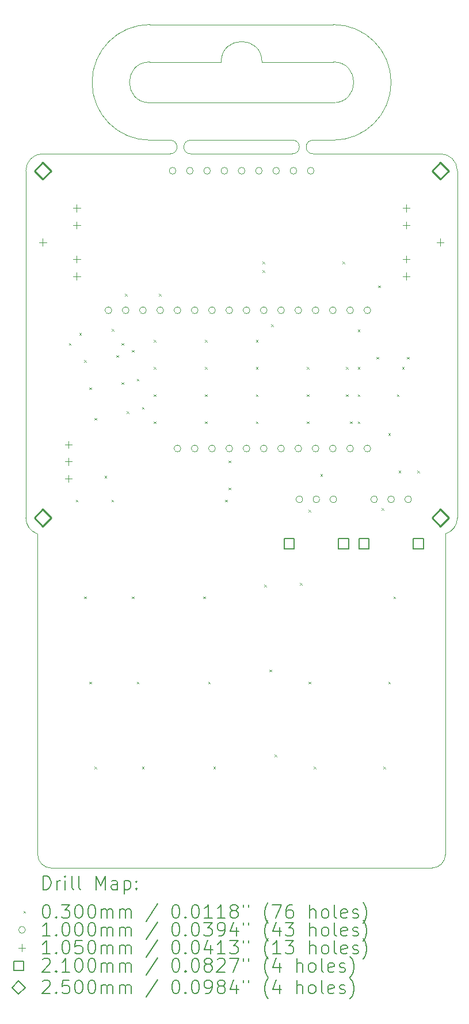
<source format=gbr>
%TF.GenerationSoftware,KiCad,Pcbnew,9.0.0*%
%TF.CreationDate,2025-07-26T10:24:43-04:00*%
%TF.ProjectId,POVideo V2,504f5669-6465-46f2-9056-322e6b696361,rev?*%
%TF.SameCoordinates,Original*%
%TF.FileFunction,Drillmap*%
%TF.FilePolarity,Positive*%
%FSLAX45Y45*%
G04 Gerber Fmt 4.5, Leading zero omitted, Abs format (unit mm)*
G04 Created by KiCad (PCBNEW 9.0.0) date 2025-07-26 10:24:43*
%MOMM*%
%LPD*%
G01*
G04 APERTURE LIST*
%ADD10C,0.100000*%
%ADD11C,0.200000*%
%ADD12C,0.105000*%
%ADD13C,0.210000*%
%ADD14C,0.250000*%
G04 APERTURE END LIST*
D10*
X18850000Y-4150000D02*
G75*
G02*
X18850000Y-4750000I0J-300000D01*
G01*
X16150000Y-4750000D02*
G75*
G02*
X16150000Y-4150000I0J300000D01*
G01*
X20500000Y-15800000D02*
G75*
G02*
X20300000Y-16000000I-200000J0D01*
G01*
X14325000Y-5750000D02*
G75*
G02*
X14575000Y-5500000I250000J0D01*
G01*
X14700000Y-16000000D02*
G75*
G02*
X14500000Y-15800000I0J200000D01*
G01*
X16450000Y-5500000D02*
X14575000Y-5500000D01*
X18550000Y-5500000D02*
X20425000Y-5500000D01*
X16150000Y-5300000D02*
G75*
G02*
X16150000Y-3600000I0J850000D01*
G01*
X18250000Y-5500000D02*
X16750000Y-5500000D01*
X18850000Y-3600000D02*
X16150000Y-3600000D01*
X18250000Y-5300000D02*
G75*
G02*
X18250000Y-5500000I0J-100000D01*
G01*
X18850000Y-3600000D02*
G75*
G02*
X18850000Y-5300000I0J-850000D01*
G01*
X16450000Y-5300000D02*
G75*
G02*
X16450000Y-5500000I0J-100000D01*
G01*
X14700000Y-16000000D02*
X20300000Y-16000000D01*
X18250000Y-5300000D02*
X16750000Y-5300000D01*
X20500000Y-11100000D02*
X20502975Y-11087529D01*
X16450000Y-5300000D02*
X16150000Y-5300000D01*
X20675000Y-5750000D02*
X20675000Y-10850000D01*
X16150000Y-4750000D02*
X18850000Y-4750000D01*
X18550000Y-5300000D02*
X18850000Y-5300000D01*
X14500000Y-11100000D02*
X14495943Y-11087171D01*
X17200000Y-4150000D02*
X16150000Y-4150000D01*
X16750000Y-5500000D02*
G75*
G02*
X16750000Y-5300000I0J100000D01*
G01*
X14500000Y-11250000D02*
X14500000Y-11100000D01*
X14325000Y-5750000D02*
X14325000Y-10850000D01*
X20425000Y-5500000D02*
G75*
G02*
X20675000Y-5750000I0J-250000D01*
G01*
X14500000Y-15800000D02*
X14500000Y-11250000D01*
X18550000Y-5500000D02*
G75*
G02*
X18550000Y-5300000I0J100000D01*
G01*
X17800000Y-4150000D02*
X18850000Y-4150000D01*
X20500000Y-11250000D02*
X20500000Y-11100000D01*
X14495943Y-11087171D02*
G75*
G02*
X14325000Y-10850000I79057J237171D01*
G01*
X17200000Y-4150000D02*
G75*
G02*
X17800000Y-4150000I300000J0D01*
G01*
X20500000Y-15800000D02*
X20500000Y-11250000D01*
X20675000Y-10850000D02*
G75*
G02*
X20502975Y-11087529I-250000J0D01*
G01*
D11*
D10*
X14960000Y-8285000D02*
X14990000Y-8315000D01*
X14990000Y-8285000D02*
X14960000Y-8315000D01*
X15060000Y-10585000D02*
X15090000Y-10615000D01*
X15090000Y-10585000D02*
X15060000Y-10615000D01*
X15110000Y-8135000D02*
X15140000Y-8165000D01*
X15140000Y-8135000D02*
X15110000Y-8165000D01*
X15185000Y-8535000D02*
X15215000Y-8565000D01*
X15215000Y-8535000D02*
X15185000Y-8565000D01*
X15185000Y-12010000D02*
X15215000Y-12040000D01*
X15215000Y-12010000D02*
X15185000Y-12040000D01*
X15260000Y-8935000D02*
X15290000Y-8965000D01*
X15290000Y-8935000D02*
X15260000Y-8965000D01*
X15260000Y-13260000D02*
X15290000Y-13290000D01*
X15290000Y-13260000D02*
X15260000Y-13290000D01*
X15335000Y-9385000D02*
X15365000Y-9415000D01*
X15365000Y-9385000D02*
X15335000Y-9415000D01*
X15335000Y-14510000D02*
X15365000Y-14540000D01*
X15365000Y-14510000D02*
X15335000Y-14540000D01*
X15485000Y-10235000D02*
X15515000Y-10265000D01*
X15515000Y-10235000D02*
X15485000Y-10265000D01*
X15585000Y-10585000D02*
X15615000Y-10615000D01*
X15615000Y-10585000D02*
X15585000Y-10615000D01*
X15588469Y-8075000D02*
X15618469Y-8105000D01*
X15618469Y-8075000D02*
X15588469Y-8105000D01*
X15660000Y-8460000D02*
X15690000Y-8490000D01*
X15690000Y-8460000D02*
X15660000Y-8490000D01*
X15735000Y-8285000D02*
X15765000Y-8315000D01*
X15765000Y-8285000D02*
X15735000Y-8315000D01*
X15735000Y-8860000D02*
X15765000Y-8890000D01*
X15765000Y-8860000D02*
X15735000Y-8890000D01*
X15785000Y-7560000D02*
X15815000Y-7590000D01*
X15815000Y-7560000D02*
X15785000Y-7590000D01*
X15810000Y-9285000D02*
X15840000Y-9315000D01*
X15840000Y-9285000D02*
X15810000Y-9315000D01*
X15885000Y-8385000D02*
X15915000Y-8415000D01*
X15915000Y-8385000D02*
X15885000Y-8415000D01*
X15885000Y-12010000D02*
X15915000Y-12040000D01*
X15915000Y-12010000D02*
X15885000Y-12040000D01*
X15960000Y-8810000D02*
X15990000Y-8840000D01*
X15990000Y-8810000D02*
X15960000Y-8840000D01*
X15960000Y-13260000D02*
X15990000Y-13290000D01*
X15990000Y-13260000D02*
X15960000Y-13290000D01*
X16035000Y-9225000D02*
X16065000Y-9255000D01*
X16065000Y-9225000D02*
X16035000Y-9255000D01*
X16035000Y-14510000D02*
X16065000Y-14540000D01*
X16065000Y-14510000D02*
X16035000Y-14540000D01*
X16210000Y-8235000D02*
X16240000Y-8265000D01*
X16240000Y-8235000D02*
X16210000Y-8265000D01*
X16210000Y-8635000D02*
X16240000Y-8665000D01*
X16240000Y-8635000D02*
X16210000Y-8665000D01*
X16210000Y-9035000D02*
X16240000Y-9065000D01*
X16240000Y-9035000D02*
X16210000Y-9065000D01*
X16210000Y-9435000D02*
X16240000Y-9465000D01*
X16240000Y-9435000D02*
X16210000Y-9465000D01*
X16285000Y-7560000D02*
X16315000Y-7590000D01*
X16315000Y-7560000D02*
X16285000Y-7590000D01*
X16935000Y-12010000D02*
X16965000Y-12040000D01*
X16965000Y-12010000D02*
X16935000Y-12040000D01*
X16960000Y-8235000D02*
X16990000Y-8265000D01*
X16990000Y-8235000D02*
X16960000Y-8265000D01*
X16960000Y-8635000D02*
X16990000Y-8665000D01*
X16990000Y-8635000D02*
X16960000Y-8665000D01*
X16960000Y-9035000D02*
X16990000Y-9065000D01*
X16990000Y-9035000D02*
X16960000Y-9065000D01*
X16960000Y-9435000D02*
X16990000Y-9465000D01*
X16990000Y-9435000D02*
X16960000Y-9465000D01*
X17010000Y-13260000D02*
X17040000Y-13290000D01*
X17040000Y-13260000D02*
X17010000Y-13290000D01*
X17085000Y-14510000D02*
X17115000Y-14540000D01*
X17115000Y-14510000D02*
X17085000Y-14540000D01*
X17260000Y-10585000D02*
X17290000Y-10615000D01*
X17290000Y-10585000D02*
X17260000Y-10615000D01*
X17310000Y-10010000D02*
X17340000Y-10040000D01*
X17340000Y-10010000D02*
X17310000Y-10040000D01*
X17310000Y-10410000D02*
X17340000Y-10440000D01*
X17340000Y-10410000D02*
X17310000Y-10440000D01*
X17710000Y-8235000D02*
X17740000Y-8265000D01*
X17740000Y-8235000D02*
X17710000Y-8265000D01*
X17710000Y-8635000D02*
X17740000Y-8665000D01*
X17740000Y-8635000D02*
X17710000Y-8665000D01*
X17710000Y-9035000D02*
X17740000Y-9065000D01*
X17740000Y-9035000D02*
X17710000Y-9065000D01*
X17710000Y-9435000D02*
X17740000Y-9465000D01*
X17740000Y-9435000D02*
X17710000Y-9465000D01*
X17810000Y-7085000D02*
X17840000Y-7115000D01*
X17840000Y-7085000D02*
X17810000Y-7115000D01*
X17810000Y-7210000D02*
X17840000Y-7240000D01*
X17840000Y-7210000D02*
X17810000Y-7240000D01*
X17835000Y-11835000D02*
X17865000Y-11865000D01*
X17865000Y-11835000D02*
X17835000Y-11865000D01*
X17910000Y-13085000D02*
X17940000Y-13115000D01*
X17940000Y-13085000D02*
X17910000Y-13115000D01*
X17935000Y-8010000D02*
X17965000Y-8040000D01*
X17965000Y-8010000D02*
X17935000Y-8040000D01*
X17985000Y-14335000D02*
X18015000Y-14365000D01*
X18015000Y-14335000D02*
X17985000Y-14365000D01*
X18360000Y-11810000D02*
X18390000Y-11840000D01*
X18390000Y-11810000D02*
X18360000Y-11840000D01*
X18460000Y-8635000D02*
X18490000Y-8665000D01*
X18490000Y-8635000D02*
X18460000Y-8665000D01*
X18460000Y-9035000D02*
X18490000Y-9065000D01*
X18490000Y-9035000D02*
X18460000Y-9065000D01*
X18460000Y-9435000D02*
X18490000Y-9465000D01*
X18490000Y-9435000D02*
X18460000Y-9465000D01*
X18485000Y-10735000D02*
X18515000Y-10765000D01*
X18515000Y-10735000D02*
X18485000Y-10765000D01*
X18485000Y-13260000D02*
X18515000Y-13290000D01*
X18515000Y-13260000D02*
X18485000Y-13290000D01*
X18560000Y-14510000D02*
X18590000Y-14540000D01*
X18590000Y-14510000D02*
X18560000Y-14540000D01*
X18660000Y-10210000D02*
X18690000Y-10240000D01*
X18690000Y-10210000D02*
X18660000Y-10240000D01*
X18985000Y-7085000D02*
X19015000Y-7115000D01*
X19015000Y-7085000D02*
X18985000Y-7115000D01*
X19035000Y-8635000D02*
X19065000Y-8665000D01*
X19065000Y-8635000D02*
X19035000Y-8665000D01*
X19035000Y-9035000D02*
X19065000Y-9065000D01*
X19065000Y-9035000D02*
X19035000Y-9065000D01*
X19095000Y-9435000D02*
X19125000Y-9465000D01*
X19125000Y-9435000D02*
X19095000Y-9465000D01*
X19210000Y-8085000D02*
X19240000Y-8115000D01*
X19240000Y-8085000D02*
X19210000Y-8115000D01*
X19210000Y-8635000D02*
X19240000Y-8665000D01*
X19240000Y-8635000D02*
X19210000Y-8665000D01*
X19210000Y-9035000D02*
X19240000Y-9065000D01*
X19240000Y-9035000D02*
X19210000Y-9065000D01*
X19210000Y-9435000D02*
X19240000Y-9465000D01*
X19240000Y-9435000D02*
X19210000Y-9465000D01*
X19485000Y-8485000D02*
X19515000Y-8515000D01*
X19515000Y-8485000D02*
X19485000Y-8515000D01*
X19510000Y-7435000D02*
X19540000Y-7465000D01*
X19540000Y-7435000D02*
X19510000Y-7465000D01*
X19560000Y-10710000D02*
X19590000Y-10740000D01*
X19590000Y-10710000D02*
X19560000Y-10740000D01*
X19585000Y-14510000D02*
X19615000Y-14540000D01*
X19615000Y-14510000D02*
X19585000Y-14540000D01*
X19660000Y-9610000D02*
X19690000Y-9640000D01*
X19690000Y-9610000D02*
X19660000Y-9640000D01*
X19660000Y-13260000D02*
X19690000Y-13290000D01*
X19690000Y-13260000D02*
X19660000Y-13290000D01*
X19735000Y-12010000D02*
X19765000Y-12040000D01*
X19765000Y-12010000D02*
X19735000Y-12040000D01*
X19785000Y-9035000D02*
X19815000Y-9065000D01*
X19815000Y-9035000D02*
X19785000Y-9065000D01*
X19810000Y-10160000D02*
X19840000Y-10190000D01*
X19840000Y-10160000D02*
X19810000Y-10190000D01*
X19860000Y-8635000D02*
X19890000Y-8665000D01*
X19890000Y-8635000D02*
X19860000Y-8665000D01*
X19935000Y-8485000D02*
X19965000Y-8515000D01*
X19965000Y-8485000D02*
X19935000Y-8515000D01*
X20085000Y-10160000D02*
X20115000Y-10190000D01*
X20115000Y-10160000D02*
X20085000Y-10190000D01*
X15590000Y-7800000D02*
G75*
G02*
X15490000Y-7800000I-50000J0D01*
G01*
X15490000Y-7800000D02*
G75*
G02*
X15590000Y-7800000I50000J0D01*
G01*
X15844000Y-7800000D02*
G75*
G02*
X15744000Y-7800000I-50000J0D01*
G01*
X15744000Y-7800000D02*
G75*
G02*
X15844000Y-7800000I50000J0D01*
G01*
X16098000Y-7800000D02*
G75*
G02*
X15998000Y-7800000I-50000J0D01*
G01*
X15998000Y-7800000D02*
G75*
G02*
X16098000Y-7800000I50000J0D01*
G01*
X16352000Y-7800000D02*
G75*
G02*
X16252000Y-7800000I-50000J0D01*
G01*
X16252000Y-7800000D02*
G75*
G02*
X16352000Y-7800000I50000J0D01*
G01*
X16535000Y-5750000D02*
G75*
G02*
X16435000Y-5750000I-50000J0D01*
G01*
X16435000Y-5750000D02*
G75*
G02*
X16535000Y-5750000I50000J0D01*
G01*
X16606000Y-7800000D02*
G75*
G02*
X16506000Y-7800000I-50000J0D01*
G01*
X16506000Y-7800000D02*
G75*
G02*
X16606000Y-7800000I50000J0D01*
G01*
X16606000Y-9832000D02*
G75*
G02*
X16506000Y-9832000I-50000J0D01*
G01*
X16506000Y-9832000D02*
G75*
G02*
X16606000Y-9832000I50000J0D01*
G01*
X16789000Y-5750000D02*
G75*
G02*
X16689000Y-5750000I-50000J0D01*
G01*
X16689000Y-5750000D02*
G75*
G02*
X16789000Y-5750000I50000J0D01*
G01*
X16860000Y-7800000D02*
G75*
G02*
X16760000Y-7800000I-50000J0D01*
G01*
X16760000Y-7800000D02*
G75*
G02*
X16860000Y-7800000I50000J0D01*
G01*
X16860000Y-9832000D02*
G75*
G02*
X16760000Y-9832000I-50000J0D01*
G01*
X16760000Y-9832000D02*
G75*
G02*
X16860000Y-9832000I50000J0D01*
G01*
X17043000Y-5750000D02*
G75*
G02*
X16943000Y-5750000I-50000J0D01*
G01*
X16943000Y-5750000D02*
G75*
G02*
X17043000Y-5750000I50000J0D01*
G01*
X17114000Y-7800000D02*
G75*
G02*
X17014000Y-7800000I-50000J0D01*
G01*
X17014000Y-7800000D02*
G75*
G02*
X17114000Y-7800000I50000J0D01*
G01*
X17114000Y-9832000D02*
G75*
G02*
X17014000Y-9832000I-50000J0D01*
G01*
X17014000Y-9832000D02*
G75*
G02*
X17114000Y-9832000I50000J0D01*
G01*
X17297000Y-5750000D02*
G75*
G02*
X17197000Y-5750000I-50000J0D01*
G01*
X17197000Y-5750000D02*
G75*
G02*
X17297000Y-5750000I50000J0D01*
G01*
X17368000Y-7800000D02*
G75*
G02*
X17268000Y-7800000I-50000J0D01*
G01*
X17268000Y-7800000D02*
G75*
G02*
X17368000Y-7800000I50000J0D01*
G01*
X17368000Y-9832000D02*
G75*
G02*
X17268000Y-9832000I-50000J0D01*
G01*
X17268000Y-9832000D02*
G75*
G02*
X17368000Y-9832000I50000J0D01*
G01*
X17550000Y-5750000D02*
G75*
G02*
X17450000Y-5750000I-50000J0D01*
G01*
X17450000Y-5750000D02*
G75*
G02*
X17550000Y-5750000I50000J0D01*
G01*
X17622000Y-7800000D02*
G75*
G02*
X17522000Y-7800000I-50000J0D01*
G01*
X17522000Y-7800000D02*
G75*
G02*
X17622000Y-7800000I50000J0D01*
G01*
X17622000Y-9832000D02*
G75*
G02*
X17522000Y-9832000I-50000J0D01*
G01*
X17522000Y-9832000D02*
G75*
G02*
X17622000Y-9832000I50000J0D01*
G01*
X17805000Y-5750000D02*
G75*
G02*
X17705000Y-5750000I-50000J0D01*
G01*
X17705000Y-5750000D02*
G75*
G02*
X17805000Y-5750000I50000J0D01*
G01*
X17876000Y-7800000D02*
G75*
G02*
X17776000Y-7800000I-50000J0D01*
G01*
X17776000Y-7800000D02*
G75*
G02*
X17876000Y-7800000I50000J0D01*
G01*
X17876000Y-9832000D02*
G75*
G02*
X17776000Y-9832000I-50000J0D01*
G01*
X17776000Y-9832000D02*
G75*
G02*
X17876000Y-9832000I50000J0D01*
G01*
X18059000Y-5750000D02*
G75*
G02*
X17959000Y-5750000I-50000J0D01*
G01*
X17959000Y-5750000D02*
G75*
G02*
X18059000Y-5750000I50000J0D01*
G01*
X18130000Y-7800000D02*
G75*
G02*
X18030000Y-7800000I-50000J0D01*
G01*
X18030000Y-7800000D02*
G75*
G02*
X18130000Y-7800000I50000J0D01*
G01*
X18130000Y-9832000D02*
G75*
G02*
X18030000Y-9832000I-50000J0D01*
G01*
X18030000Y-9832000D02*
G75*
G02*
X18130000Y-9832000I50000J0D01*
G01*
X18313000Y-5750000D02*
G75*
G02*
X18213000Y-5750000I-50000J0D01*
G01*
X18213000Y-5750000D02*
G75*
G02*
X18313000Y-5750000I50000J0D01*
G01*
X18384000Y-7800000D02*
G75*
G02*
X18284000Y-7800000I-50000J0D01*
G01*
X18284000Y-7800000D02*
G75*
G02*
X18384000Y-7800000I50000J0D01*
G01*
X18384000Y-9832000D02*
G75*
G02*
X18284000Y-9832000I-50000J0D01*
G01*
X18284000Y-9832000D02*
G75*
G02*
X18384000Y-9832000I50000J0D01*
G01*
X18400000Y-10580000D02*
G75*
G02*
X18300000Y-10580000I-50000J0D01*
G01*
X18300000Y-10580000D02*
G75*
G02*
X18400000Y-10580000I50000J0D01*
G01*
X18567000Y-5750000D02*
G75*
G02*
X18467000Y-5750000I-50000J0D01*
G01*
X18467000Y-5750000D02*
G75*
G02*
X18567000Y-5750000I50000J0D01*
G01*
X18638000Y-7800000D02*
G75*
G02*
X18538000Y-7800000I-50000J0D01*
G01*
X18538000Y-7800000D02*
G75*
G02*
X18638000Y-7800000I50000J0D01*
G01*
X18638000Y-9832000D02*
G75*
G02*
X18538000Y-9832000I-50000J0D01*
G01*
X18538000Y-9832000D02*
G75*
G02*
X18638000Y-9832000I50000J0D01*
G01*
X18650000Y-10580000D02*
G75*
G02*
X18550000Y-10580000I-50000J0D01*
G01*
X18550000Y-10580000D02*
G75*
G02*
X18650000Y-10580000I50000J0D01*
G01*
X18892000Y-7800000D02*
G75*
G02*
X18792000Y-7800000I-50000J0D01*
G01*
X18792000Y-7800000D02*
G75*
G02*
X18892000Y-7800000I50000J0D01*
G01*
X18892000Y-9832000D02*
G75*
G02*
X18792000Y-9832000I-50000J0D01*
G01*
X18792000Y-9832000D02*
G75*
G02*
X18892000Y-9832000I50000J0D01*
G01*
X18900000Y-10580000D02*
G75*
G02*
X18800000Y-10580000I-50000J0D01*
G01*
X18800000Y-10580000D02*
G75*
G02*
X18900000Y-10580000I50000J0D01*
G01*
X19146000Y-7800000D02*
G75*
G02*
X19046000Y-7800000I-50000J0D01*
G01*
X19046000Y-7800000D02*
G75*
G02*
X19146000Y-7800000I50000J0D01*
G01*
X19146000Y-9832000D02*
G75*
G02*
X19046000Y-9832000I-50000J0D01*
G01*
X19046000Y-9832000D02*
G75*
G02*
X19146000Y-9832000I50000J0D01*
G01*
X19400000Y-7800000D02*
G75*
G02*
X19300000Y-7800000I-50000J0D01*
G01*
X19300000Y-7800000D02*
G75*
G02*
X19400000Y-7800000I50000J0D01*
G01*
X19400000Y-9832000D02*
G75*
G02*
X19300000Y-9832000I-50000J0D01*
G01*
X19300000Y-9832000D02*
G75*
G02*
X19400000Y-9832000I50000J0D01*
G01*
X19500000Y-10580000D02*
G75*
G02*
X19400000Y-10580000I-50000J0D01*
G01*
X19400000Y-10580000D02*
G75*
G02*
X19500000Y-10580000I50000J0D01*
G01*
X19750000Y-10580000D02*
G75*
G02*
X19650000Y-10580000I-50000J0D01*
G01*
X19650000Y-10580000D02*
G75*
G02*
X19750000Y-10580000I50000J0D01*
G01*
X20000000Y-10580000D02*
G75*
G02*
X19900000Y-10580000I-50000J0D01*
G01*
X19900000Y-10580000D02*
G75*
G02*
X20000000Y-10580000I50000J0D01*
G01*
D12*
X14575000Y-6747500D02*
X14575000Y-6852500D01*
X14522500Y-6800000D02*
X14627500Y-6800000D01*
X14955000Y-9722500D02*
X14955000Y-9827500D01*
X14902500Y-9775000D02*
X15007500Y-9775000D01*
X14955000Y-9972500D02*
X14955000Y-10077500D01*
X14902500Y-10025000D02*
X15007500Y-10025000D01*
X14955000Y-10222500D02*
X14955000Y-10327500D01*
X14902500Y-10275000D02*
X15007500Y-10275000D01*
X15075000Y-6247500D02*
X15075000Y-6352500D01*
X15022500Y-6300000D02*
X15127500Y-6300000D01*
X15075000Y-6497500D02*
X15075000Y-6602500D01*
X15022500Y-6550000D02*
X15127500Y-6550000D01*
X15075000Y-6997500D02*
X15075000Y-7102500D01*
X15022500Y-7050000D02*
X15127500Y-7050000D01*
X15075000Y-7247500D02*
X15075000Y-7352500D01*
X15022500Y-7300000D02*
X15127500Y-7300000D01*
X19925000Y-6247500D02*
X19925000Y-6352500D01*
X19872500Y-6300000D02*
X19977500Y-6300000D01*
X19925000Y-6497500D02*
X19925000Y-6602500D01*
X19872500Y-6550000D02*
X19977500Y-6550000D01*
X19925000Y-6997500D02*
X19925000Y-7102500D01*
X19872500Y-7050000D02*
X19977500Y-7050000D01*
X19925000Y-7247500D02*
X19925000Y-7352500D01*
X19872500Y-7300000D02*
X19977500Y-7300000D01*
X20425000Y-6747500D02*
X20425000Y-6852500D01*
X20372500Y-6800000D02*
X20477500Y-6800000D01*
D13*
X18274247Y-11304247D02*
X18274247Y-11155753D01*
X18125753Y-11155753D01*
X18125753Y-11304247D01*
X18274247Y-11304247D01*
X19074247Y-11304247D02*
X19074247Y-11155753D01*
X18925753Y-11155753D01*
X18925753Y-11304247D01*
X19074247Y-11304247D01*
X19374247Y-11304247D02*
X19374247Y-11155753D01*
X19225753Y-11155753D01*
X19225753Y-11304247D01*
X19374247Y-11304247D01*
X20174247Y-11304247D02*
X20174247Y-11155753D01*
X20025753Y-11155753D01*
X20025753Y-11304247D01*
X20174247Y-11304247D01*
D14*
X14575000Y-5875000D02*
X14700000Y-5750000D01*
X14575000Y-5625000D01*
X14450000Y-5750000D01*
X14575000Y-5875000D01*
X14575000Y-10975000D02*
X14700000Y-10850000D01*
X14575000Y-10725000D01*
X14450000Y-10850000D01*
X14575000Y-10975000D01*
X20425000Y-5875000D02*
X20550000Y-5750000D01*
X20425000Y-5625000D01*
X20300000Y-5750000D01*
X20425000Y-5875000D01*
X20425000Y-10975000D02*
X20550000Y-10850000D01*
X20425000Y-10725000D01*
X20300000Y-10850000D01*
X20425000Y-10975000D01*
D11*
X14580777Y-16316484D02*
X14580777Y-16116484D01*
X14580777Y-16116484D02*
X14628396Y-16116484D01*
X14628396Y-16116484D02*
X14656967Y-16126008D01*
X14656967Y-16126008D02*
X14676015Y-16145055D01*
X14676015Y-16145055D02*
X14685539Y-16164103D01*
X14685539Y-16164103D02*
X14695062Y-16202198D01*
X14695062Y-16202198D02*
X14695062Y-16230769D01*
X14695062Y-16230769D02*
X14685539Y-16268865D01*
X14685539Y-16268865D02*
X14676015Y-16287912D01*
X14676015Y-16287912D02*
X14656967Y-16306960D01*
X14656967Y-16306960D02*
X14628396Y-16316484D01*
X14628396Y-16316484D02*
X14580777Y-16316484D01*
X14780777Y-16316484D02*
X14780777Y-16183150D01*
X14780777Y-16221246D02*
X14790301Y-16202198D01*
X14790301Y-16202198D02*
X14799824Y-16192674D01*
X14799824Y-16192674D02*
X14818872Y-16183150D01*
X14818872Y-16183150D02*
X14837920Y-16183150D01*
X14904586Y-16316484D02*
X14904586Y-16183150D01*
X14904586Y-16116484D02*
X14895062Y-16126008D01*
X14895062Y-16126008D02*
X14904586Y-16135531D01*
X14904586Y-16135531D02*
X14914110Y-16126008D01*
X14914110Y-16126008D02*
X14904586Y-16116484D01*
X14904586Y-16116484D02*
X14904586Y-16135531D01*
X15028396Y-16316484D02*
X15009348Y-16306960D01*
X15009348Y-16306960D02*
X14999824Y-16287912D01*
X14999824Y-16287912D02*
X14999824Y-16116484D01*
X15133158Y-16316484D02*
X15114110Y-16306960D01*
X15114110Y-16306960D02*
X15104586Y-16287912D01*
X15104586Y-16287912D02*
X15104586Y-16116484D01*
X15361729Y-16316484D02*
X15361729Y-16116484D01*
X15361729Y-16116484D02*
X15428396Y-16259341D01*
X15428396Y-16259341D02*
X15495062Y-16116484D01*
X15495062Y-16116484D02*
X15495062Y-16316484D01*
X15676015Y-16316484D02*
X15676015Y-16211722D01*
X15676015Y-16211722D02*
X15666491Y-16192674D01*
X15666491Y-16192674D02*
X15647443Y-16183150D01*
X15647443Y-16183150D02*
X15609348Y-16183150D01*
X15609348Y-16183150D02*
X15590301Y-16192674D01*
X15676015Y-16306960D02*
X15656967Y-16316484D01*
X15656967Y-16316484D02*
X15609348Y-16316484D01*
X15609348Y-16316484D02*
X15590301Y-16306960D01*
X15590301Y-16306960D02*
X15580777Y-16287912D01*
X15580777Y-16287912D02*
X15580777Y-16268865D01*
X15580777Y-16268865D02*
X15590301Y-16249817D01*
X15590301Y-16249817D02*
X15609348Y-16240293D01*
X15609348Y-16240293D02*
X15656967Y-16240293D01*
X15656967Y-16240293D02*
X15676015Y-16230769D01*
X15771253Y-16183150D02*
X15771253Y-16383150D01*
X15771253Y-16192674D02*
X15790301Y-16183150D01*
X15790301Y-16183150D02*
X15828396Y-16183150D01*
X15828396Y-16183150D02*
X15847443Y-16192674D01*
X15847443Y-16192674D02*
X15856967Y-16202198D01*
X15856967Y-16202198D02*
X15866491Y-16221246D01*
X15866491Y-16221246D02*
X15866491Y-16278388D01*
X15866491Y-16278388D02*
X15856967Y-16297436D01*
X15856967Y-16297436D02*
X15847443Y-16306960D01*
X15847443Y-16306960D02*
X15828396Y-16316484D01*
X15828396Y-16316484D02*
X15790301Y-16316484D01*
X15790301Y-16316484D02*
X15771253Y-16306960D01*
X15952205Y-16297436D02*
X15961729Y-16306960D01*
X15961729Y-16306960D02*
X15952205Y-16316484D01*
X15952205Y-16316484D02*
X15942682Y-16306960D01*
X15942682Y-16306960D02*
X15952205Y-16297436D01*
X15952205Y-16297436D02*
X15952205Y-16316484D01*
X15952205Y-16192674D02*
X15961729Y-16202198D01*
X15961729Y-16202198D02*
X15952205Y-16211722D01*
X15952205Y-16211722D02*
X15942682Y-16202198D01*
X15942682Y-16202198D02*
X15952205Y-16192674D01*
X15952205Y-16192674D02*
X15952205Y-16211722D01*
D10*
X14290000Y-16630000D02*
X14320000Y-16660000D01*
X14320000Y-16630000D02*
X14290000Y-16660000D01*
D11*
X14618872Y-16536484D02*
X14637920Y-16536484D01*
X14637920Y-16536484D02*
X14656967Y-16546008D01*
X14656967Y-16546008D02*
X14666491Y-16555531D01*
X14666491Y-16555531D02*
X14676015Y-16574579D01*
X14676015Y-16574579D02*
X14685539Y-16612674D01*
X14685539Y-16612674D02*
X14685539Y-16660293D01*
X14685539Y-16660293D02*
X14676015Y-16698388D01*
X14676015Y-16698388D02*
X14666491Y-16717436D01*
X14666491Y-16717436D02*
X14656967Y-16726960D01*
X14656967Y-16726960D02*
X14637920Y-16736484D01*
X14637920Y-16736484D02*
X14618872Y-16736484D01*
X14618872Y-16736484D02*
X14599824Y-16726960D01*
X14599824Y-16726960D02*
X14590301Y-16717436D01*
X14590301Y-16717436D02*
X14580777Y-16698388D01*
X14580777Y-16698388D02*
X14571253Y-16660293D01*
X14571253Y-16660293D02*
X14571253Y-16612674D01*
X14571253Y-16612674D02*
X14580777Y-16574579D01*
X14580777Y-16574579D02*
X14590301Y-16555531D01*
X14590301Y-16555531D02*
X14599824Y-16546008D01*
X14599824Y-16546008D02*
X14618872Y-16536484D01*
X14771253Y-16717436D02*
X14780777Y-16726960D01*
X14780777Y-16726960D02*
X14771253Y-16736484D01*
X14771253Y-16736484D02*
X14761729Y-16726960D01*
X14761729Y-16726960D02*
X14771253Y-16717436D01*
X14771253Y-16717436D02*
X14771253Y-16736484D01*
X14847443Y-16536484D02*
X14971253Y-16536484D01*
X14971253Y-16536484D02*
X14904586Y-16612674D01*
X14904586Y-16612674D02*
X14933158Y-16612674D01*
X14933158Y-16612674D02*
X14952205Y-16622198D01*
X14952205Y-16622198D02*
X14961729Y-16631722D01*
X14961729Y-16631722D02*
X14971253Y-16650769D01*
X14971253Y-16650769D02*
X14971253Y-16698388D01*
X14971253Y-16698388D02*
X14961729Y-16717436D01*
X14961729Y-16717436D02*
X14952205Y-16726960D01*
X14952205Y-16726960D02*
X14933158Y-16736484D01*
X14933158Y-16736484D02*
X14876015Y-16736484D01*
X14876015Y-16736484D02*
X14856967Y-16726960D01*
X14856967Y-16726960D02*
X14847443Y-16717436D01*
X15095062Y-16536484D02*
X15114110Y-16536484D01*
X15114110Y-16536484D02*
X15133158Y-16546008D01*
X15133158Y-16546008D02*
X15142682Y-16555531D01*
X15142682Y-16555531D02*
X15152205Y-16574579D01*
X15152205Y-16574579D02*
X15161729Y-16612674D01*
X15161729Y-16612674D02*
X15161729Y-16660293D01*
X15161729Y-16660293D02*
X15152205Y-16698388D01*
X15152205Y-16698388D02*
X15142682Y-16717436D01*
X15142682Y-16717436D02*
X15133158Y-16726960D01*
X15133158Y-16726960D02*
X15114110Y-16736484D01*
X15114110Y-16736484D02*
X15095062Y-16736484D01*
X15095062Y-16736484D02*
X15076015Y-16726960D01*
X15076015Y-16726960D02*
X15066491Y-16717436D01*
X15066491Y-16717436D02*
X15056967Y-16698388D01*
X15056967Y-16698388D02*
X15047443Y-16660293D01*
X15047443Y-16660293D02*
X15047443Y-16612674D01*
X15047443Y-16612674D02*
X15056967Y-16574579D01*
X15056967Y-16574579D02*
X15066491Y-16555531D01*
X15066491Y-16555531D02*
X15076015Y-16546008D01*
X15076015Y-16546008D02*
X15095062Y-16536484D01*
X15285539Y-16536484D02*
X15304586Y-16536484D01*
X15304586Y-16536484D02*
X15323634Y-16546008D01*
X15323634Y-16546008D02*
X15333158Y-16555531D01*
X15333158Y-16555531D02*
X15342682Y-16574579D01*
X15342682Y-16574579D02*
X15352205Y-16612674D01*
X15352205Y-16612674D02*
X15352205Y-16660293D01*
X15352205Y-16660293D02*
X15342682Y-16698388D01*
X15342682Y-16698388D02*
X15333158Y-16717436D01*
X15333158Y-16717436D02*
X15323634Y-16726960D01*
X15323634Y-16726960D02*
X15304586Y-16736484D01*
X15304586Y-16736484D02*
X15285539Y-16736484D01*
X15285539Y-16736484D02*
X15266491Y-16726960D01*
X15266491Y-16726960D02*
X15256967Y-16717436D01*
X15256967Y-16717436D02*
X15247443Y-16698388D01*
X15247443Y-16698388D02*
X15237920Y-16660293D01*
X15237920Y-16660293D02*
X15237920Y-16612674D01*
X15237920Y-16612674D02*
X15247443Y-16574579D01*
X15247443Y-16574579D02*
X15256967Y-16555531D01*
X15256967Y-16555531D02*
X15266491Y-16546008D01*
X15266491Y-16546008D02*
X15285539Y-16536484D01*
X15437920Y-16736484D02*
X15437920Y-16603150D01*
X15437920Y-16622198D02*
X15447443Y-16612674D01*
X15447443Y-16612674D02*
X15466491Y-16603150D01*
X15466491Y-16603150D02*
X15495063Y-16603150D01*
X15495063Y-16603150D02*
X15514110Y-16612674D01*
X15514110Y-16612674D02*
X15523634Y-16631722D01*
X15523634Y-16631722D02*
X15523634Y-16736484D01*
X15523634Y-16631722D02*
X15533158Y-16612674D01*
X15533158Y-16612674D02*
X15552205Y-16603150D01*
X15552205Y-16603150D02*
X15580777Y-16603150D01*
X15580777Y-16603150D02*
X15599824Y-16612674D01*
X15599824Y-16612674D02*
X15609348Y-16631722D01*
X15609348Y-16631722D02*
X15609348Y-16736484D01*
X15704586Y-16736484D02*
X15704586Y-16603150D01*
X15704586Y-16622198D02*
X15714110Y-16612674D01*
X15714110Y-16612674D02*
X15733158Y-16603150D01*
X15733158Y-16603150D02*
X15761729Y-16603150D01*
X15761729Y-16603150D02*
X15780777Y-16612674D01*
X15780777Y-16612674D02*
X15790301Y-16631722D01*
X15790301Y-16631722D02*
X15790301Y-16736484D01*
X15790301Y-16631722D02*
X15799824Y-16612674D01*
X15799824Y-16612674D02*
X15818872Y-16603150D01*
X15818872Y-16603150D02*
X15847443Y-16603150D01*
X15847443Y-16603150D02*
X15866491Y-16612674D01*
X15866491Y-16612674D02*
X15876015Y-16631722D01*
X15876015Y-16631722D02*
X15876015Y-16736484D01*
X16266491Y-16526960D02*
X16095063Y-16784103D01*
X16523634Y-16536484D02*
X16542682Y-16536484D01*
X16542682Y-16536484D02*
X16561729Y-16546008D01*
X16561729Y-16546008D02*
X16571253Y-16555531D01*
X16571253Y-16555531D02*
X16580777Y-16574579D01*
X16580777Y-16574579D02*
X16590301Y-16612674D01*
X16590301Y-16612674D02*
X16590301Y-16660293D01*
X16590301Y-16660293D02*
X16580777Y-16698388D01*
X16580777Y-16698388D02*
X16571253Y-16717436D01*
X16571253Y-16717436D02*
X16561729Y-16726960D01*
X16561729Y-16726960D02*
X16542682Y-16736484D01*
X16542682Y-16736484D02*
X16523634Y-16736484D01*
X16523634Y-16736484D02*
X16504586Y-16726960D01*
X16504586Y-16726960D02*
X16495063Y-16717436D01*
X16495063Y-16717436D02*
X16485539Y-16698388D01*
X16485539Y-16698388D02*
X16476015Y-16660293D01*
X16476015Y-16660293D02*
X16476015Y-16612674D01*
X16476015Y-16612674D02*
X16485539Y-16574579D01*
X16485539Y-16574579D02*
X16495063Y-16555531D01*
X16495063Y-16555531D02*
X16504586Y-16546008D01*
X16504586Y-16546008D02*
X16523634Y-16536484D01*
X16676015Y-16717436D02*
X16685539Y-16726960D01*
X16685539Y-16726960D02*
X16676015Y-16736484D01*
X16676015Y-16736484D02*
X16666491Y-16726960D01*
X16666491Y-16726960D02*
X16676015Y-16717436D01*
X16676015Y-16717436D02*
X16676015Y-16736484D01*
X16809348Y-16536484D02*
X16828396Y-16536484D01*
X16828396Y-16536484D02*
X16847444Y-16546008D01*
X16847444Y-16546008D02*
X16856968Y-16555531D01*
X16856968Y-16555531D02*
X16866491Y-16574579D01*
X16866491Y-16574579D02*
X16876015Y-16612674D01*
X16876015Y-16612674D02*
X16876015Y-16660293D01*
X16876015Y-16660293D02*
X16866491Y-16698388D01*
X16866491Y-16698388D02*
X16856968Y-16717436D01*
X16856968Y-16717436D02*
X16847444Y-16726960D01*
X16847444Y-16726960D02*
X16828396Y-16736484D01*
X16828396Y-16736484D02*
X16809348Y-16736484D01*
X16809348Y-16736484D02*
X16790301Y-16726960D01*
X16790301Y-16726960D02*
X16780777Y-16717436D01*
X16780777Y-16717436D02*
X16771253Y-16698388D01*
X16771253Y-16698388D02*
X16761729Y-16660293D01*
X16761729Y-16660293D02*
X16761729Y-16612674D01*
X16761729Y-16612674D02*
X16771253Y-16574579D01*
X16771253Y-16574579D02*
X16780777Y-16555531D01*
X16780777Y-16555531D02*
X16790301Y-16546008D01*
X16790301Y-16546008D02*
X16809348Y-16536484D01*
X17066491Y-16736484D02*
X16952206Y-16736484D01*
X17009348Y-16736484D02*
X17009348Y-16536484D01*
X17009348Y-16536484D02*
X16990301Y-16565055D01*
X16990301Y-16565055D02*
X16971253Y-16584103D01*
X16971253Y-16584103D02*
X16952206Y-16593627D01*
X17256968Y-16736484D02*
X17142682Y-16736484D01*
X17199825Y-16736484D02*
X17199825Y-16536484D01*
X17199825Y-16536484D02*
X17180777Y-16565055D01*
X17180777Y-16565055D02*
X17161729Y-16584103D01*
X17161729Y-16584103D02*
X17142682Y-16593627D01*
X17371253Y-16622198D02*
X17352206Y-16612674D01*
X17352206Y-16612674D02*
X17342682Y-16603150D01*
X17342682Y-16603150D02*
X17333158Y-16584103D01*
X17333158Y-16584103D02*
X17333158Y-16574579D01*
X17333158Y-16574579D02*
X17342682Y-16555531D01*
X17342682Y-16555531D02*
X17352206Y-16546008D01*
X17352206Y-16546008D02*
X17371253Y-16536484D01*
X17371253Y-16536484D02*
X17409349Y-16536484D01*
X17409349Y-16536484D02*
X17428396Y-16546008D01*
X17428396Y-16546008D02*
X17437920Y-16555531D01*
X17437920Y-16555531D02*
X17447444Y-16574579D01*
X17447444Y-16574579D02*
X17447444Y-16584103D01*
X17447444Y-16584103D02*
X17437920Y-16603150D01*
X17437920Y-16603150D02*
X17428396Y-16612674D01*
X17428396Y-16612674D02*
X17409349Y-16622198D01*
X17409349Y-16622198D02*
X17371253Y-16622198D01*
X17371253Y-16622198D02*
X17352206Y-16631722D01*
X17352206Y-16631722D02*
X17342682Y-16641246D01*
X17342682Y-16641246D02*
X17333158Y-16660293D01*
X17333158Y-16660293D02*
X17333158Y-16698388D01*
X17333158Y-16698388D02*
X17342682Y-16717436D01*
X17342682Y-16717436D02*
X17352206Y-16726960D01*
X17352206Y-16726960D02*
X17371253Y-16736484D01*
X17371253Y-16736484D02*
X17409349Y-16736484D01*
X17409349Y-16736484D02*
X17428396Y-16726960D01*
X17428396Y-16726960D02*
X17437920Y-16717436D01*
X17437920Y-16717436D02*
X17447444Y-16698388D01*
X17447444Y-16698388D02*
X17447444Y-16660293D01*
X17447444Y-16660293D02*
X17437920Y-16641246D01*
X17437920Y-16641246D02*
X17428396Y-16631722D01*
X17428396Y-16631722D02*
X17409349Y-16622198D01*
X17523634Y-16536484D02*
X17523634Y-16574579D01*
X17599825Y-16536484D02*
X17599825Y-16574579D01*
X17895063Y-16812674D02*
X17885539Y-16803150D01*
X17885539Y-16803150D02*
X17866491Y-16774579D01*
X17866491Y-16774579D02*
X17856968Y-16755531D01*
X17856968Y-16755531D02*
X17847444Y-16726960D01*
X17847444Y-16726960D02*
X17837920Y-16679341D01*
X17837920Y-16679341D02*
X17837920Y-16641246D01*
X17837920Y-16641246D02*
X17847444Y-16593627D01*
X17847444Y-16593627D02*
X17856968Y-16565055D01*
X17856968Y-16565055D02*
X17866491Y-16546008D01*
X17866491Y-16546008D02*
X17885539Y-16517436D01*
X17885539Y-16517436D02*
X17895063Y-16507912D01*
X17952206Y-16536484D02*
X18085539Y-16536484D01*
X18085539Y-16536484D02*
X17999825Y-16736484D01*
X18247444Y-16536484D02*
X18209349Y-16536484D01*
X18209349Y-16536484D02*
X18190301Y-16546008D01*
X18190301Y-16546008D02*
X18180777Y-16555531D01*
X18180777Y-16555531D02*
X18161730Y-16584103D01*
X18161730Y-16584103D02*
X18152206Y-16622198D01*
X18152206Y-16622198D02*
X18152206Y-16698388D01*
X18152206Y-16698388D02*
X18161730Y-16717436D01*
X18161730Y-16717436D02*
X18171253Y-16726960D01*
X18171253Y-16726960D02*
X18190301Y-16736484D01*
X18190301Y-16736484D02*
X18228396Y-16736484D01*
X18228396Y-16736484D02*
X18247444Y-16726960D01*
X18247444Y-16726960D02*
X18256968Y-16717436D01*
X18256968Y-16717436D02*
X18266491Y-16698388D01*
X18266491Y-16698388D02*
X18266491Y-16650769D01*
X18266491Y-16650769D02*
X18256968Y-16631722D01*
X18256968Y-16631722D02*
X18247444Y-16622198D01*
X18247444Y-16622198D02*
X18228396Y-16612674D01*
X18228396Y-16612674D02*
X18190301Y-16612674D01*
X18190301Y-16612674D02*
X18171253Y-16622198D01*
X18171253Y-16622198D02*
X18161730Y-16631722D01*
X18161730Y-16631722D02*
X18152206Y-16650769D01*
X18504587Y-16736484D02*
X18504587Y-16536484D01*
X18590301Y-16736484D02*
X18590301Y-16631722D01*
X18590301Y-16631722D02*
X18580777Y-16612674D01*
X18580777Y-16612674D02*
X18561730Y-16603150D01*
X18561730Y-16603150D02*
X18533158Y-16603150D01*
X18533158Y-16603150D02*
X18514111Y-16612674D01*
X18514111Y-16612674D02*
X18504587Y-16622198D01*
X18714111Y-16736484D02*
X18695063Y-16726960D01*
X18695063Y-16726960D02*
X18685539Y-16717436D01*
X18685539Y-16717436D02*
X18676015Y-16698388D01*
X18676015Y-16698388D02*
X18676015Y-16641246D01*
X18676015Y-16641246D02*
X18685539Y-16622198D01*
X18685539Y-16622198D02*
X18695063Y-16612674D01*
X18695063Y-16612674D02*
X18714111Y-16603150D01*
X18714111Y-16603150D02*
X18742682Y-16603150D01*
X18742682Y-16603150D02*
X18761730Y-16612674D01*
X18761730Y-16612674D02*
X18771253Y-16622198D01*
X18771253Y-16622198D02*
X18780777Y-16641246D01*
X18780777Y-16641246D02*
X18780777Y-16698388D01*
X18780777Y-16698388D02*
X18771253Y-16717436D01*
X18771253Y-16717436D02*
X18761730Y-16726960D01*
X18761730Y-16726960D02*
X18742682Y-16736484D01*
X18742682Y-16736484D02*
X18714111Y-16736484D01*
X18895063Y-16736484D02*
X18876015Y-16726960D01*
X18876015Y-16726960D02*
X18866492Y-16707912D01*
X18866492Y-16707912D02*
X18866492Y-16536484D01*
X19047444Y-16726960D02*
X19028396Y-16736484D01*
X19028396Y-16736484D02*
X18990301Y-16736484D01*
X18990301Y-16736484D02*
X18971253Y-16726960D01*
X18971253Y-16726960D02*
X18961730Y-16707912D01*
X18961730Y-16707912D02*
X18961730Y-16631722D01*
X18961730Y-16631722D02*
X18971253Y-16612674D01*
X18971253Y-16612674D02*
X18990301Y-16603150D01*
X18990301Y-16603150D02*
X19028396Y-16603150D01*
X19028396Y-16603150D02*
X19047444Y-16612674D01*
X19047444Y-16612674D02*
X19056968Y-16631722D01*
X19056968Y-16631722D02*
X19056968Y-16650769D01*
X19056968Y-16650769D02*
X18961730Y-16669817D01*
X19133158Y-16726960D02*
X19152206Y-16736484D01*
X19152206Y-16736484D02*
X19190301Y-16736484D01*
X19190301Y-16736484D02*
X19209349Y-16726960D01*
X19209349Y-16726960D02*
X19218873Y-16707912D01*
X19218873Y-16707912D02*
X19218873Y-16698388D01*
X19218873Y-16698388D02*
X19209349Y-16679341D01*
X19209349Y-16679341D02*
X19190301Y-16669817D01*
X19190301Y-16669817D02*
X19161730Y-16669817D01*
X19161730Y-16669817D02*
X19142682Y-16660293D01*
X19142682Y-16660293D02*
X19133158Y-16641246D01*
X19133158Y-16641246D02*
X19133158Y-16631722D01*
X19133158Y-16631722D02*
X19142682Y-16612674D01*
X19142682Y-16612674D02*
X19161730Y-16603150D01*
X19161730Y-16603150D02*
X19190301Y-16603150D01*
X19190301Y-16603150D02*
X19209349Y-16612674D01*
X19285539Y-16812674D02*
X19295063Y-16803150D01*
X19295063Y-16803150D02*
X19314111Y-16774579D01*
X19314111Y-16774579D02*
X19323634Y-16755531D01*
X19323634Y-16755531D02*
X19333158Y-16726960D01*
X19333158Y-16726960D02*
X19342682Y-16679341D01*
X19342682Y-16679341D02*
X19342682Y-16641246D01*
X19342682Y-16641246D02*
X19333158Y-16593627D01*
X19333158Y-16593627D02*
X19323634Y-16565055D01*
X19323634Y-16565055D02*
X19314111Y-16546008D01*
X19314111Y-16546008D02*
X19295063Y-16517436D01*
X19295063Y-16517436D02*
X19285539Y-16507912D01*
D10*
X14320000Y-16909000D02*
G75*
G02*
X14220000Y-16909000I-50000J0D01*
G01*
X14220000Y-16909000D02*
G75*
G02*
X14320000Y-16909000I50000J0D01*
G01*
D11*
X14685539Y-17000484D02*
X14571253Y-17000484D01*
X14628396Y-17000484D02*
X14628396Y-16800484D01*
X14628396Y-16800484D02*
X14609348Y-16829055D01*
X14609348Y-16829055D02*
X14590301Y-16848103D01*
X14590301Y-16848103D02*
X14571253Y-16857627D01*
X14771253Y-16981436D02*
X14780777Y-16990960D01*
X14780777Y-16990960D02*
X14771253Y-17000484D01*
X14771253Y-17000484D02*
X14761729Y-16990960D01*
X14761729Y-16990960D02*
X14771253Y-16981436D01*
X14771253Y-16981436D02*
X14771253Y-17000484D01*
X14904586Y-16800484D02*
X14923634Y-16800484D01*
X14923634Y-16800484D02*
X14942682Y-16810008D01*
X14942682Y-16810008D02*
X14952205Y-16819531D01*
X14952205Y-16819531D02*
X14961729Y-16838579D01*
X14961729Y-16838579D02*
X14971253Y-16876674D01*
X14971253Y-16876674D02*
X14971253Y-16924293D01*
X14971253Y-16924293D02*
X14961729Y-16962389D01*
X14961729Y-16962389D02*
X14952205Y-16981436D01*
X14952205Y-16981436D02*
X14942682Y-16990960D01*
X14942682Y-16990960D02*
X14923634Y-17000484D01*
X14923634Y-17000484D02*
X14904586Y-17000484D01*
X14904586Y-17000484D02*
X14885539Y-16990960D01*
X14885539Y-16990960D02*
X14876015Y-16981436D01*
X14876015Y-16981436D02*
X14866491Y-16962389D01*
X14866491Y-16962389D02*
X14856967Y-16924293D01*
X14856967Y-16924293D02*
X14856967Y-16876674D01*
X14856967Y-16876674D02*
X14866491Y-16838579D01*
X14866491Y-16838579D02*
X14876015Y-16819531D01*
X14876015Y-16819531D02*
X14885539Y-16810008D01*
X14885539Y-16810008D02*
X14904586Y-16800484D01*
X15095062Y-16800484D02*
X15114110Y-16800484D01*
X15114110Y-16800484D02*
X15133158Y-16810008D01*
X15133158Y-16810008D02*
X15142682Y-16819531D01*
X15142682Y-16819531D02*
X15152205Y-16838579D01*
X15152205Y-16838579D02*
X15161729Y-16876674D01*
X15161729Y-16876674D02*
X15161729Y-16924293D01*
X15161729Y-16924293D02*
X15152205Y-16962389D01*
X15152205Y-16962389D02*
X15142682Y-16981436D01*
X15142682Y-16981436D02*
X15133158Y-16990960D01*
X15133158Y-16990960D02*
X15114110Y-17000484D01*
X15114110Y-17000484D02*
X15095062Y-17000484D01*
X15095062Y-17000484D02*
X15076015Y-16990960D01*
X15076015Y-16990960D02*
X15066491Y-16981436D01*
X15066491Y-16981436D02*
X15056967Y-16962389D01*
X15056967Y-16962389D02*
X15047443Y-16924293D01*
X15047443Y-16924293D02*
X15047443Y-16876674D01*
X15047443Y-16876674D02*
X15056967Y-16838579D01*
X15056967Y-16838579D02*
X15066491Y-16819531D01*
X15066491Y-16819531D02*
X15076015Y-16810008D01*
X15076015Y-16810008D02*
X15095062Y-16800484D01*
X15285539Y-16800484D02*
X15304586Y-16800484D01*
X15304586Y-16800484D02*
X15323634Y-16810008D01*
X15323634Y-16810008D02*
X15333158Y-16819531D01*
X15333158Y-16819531D02*
X15342682Y-16838579D01*
X15342682Y-16838579D02*
X15352205Y-16876674D01*
X15352205Y-16876674D02*
X15352205Y-16924293D01*
X15352205Y-16924293D02*
X15342682Y-16962389D01*
X15342682Y-16962389D02*
X15333158Y-16981436D01*
X15333158Y-16981436D02*
X15323634Y-16990960D01*
X15323634Y-16990960D02*
X15304586Y-17000484D01*
X15304586Y-17000484D02*
X15285539Y-17000484D01*
X15285539Y-17000484D02*
X15266491Y-16990960D01*
X15266491Y-16990960D02*
X15256967Y-16981436D01*
X15256967Y-16981436D02*
X15247443Y-16962389D01*
X15247443Y-16962389D02*
X15237920Y-16924293D01*
X15237920Y-16924293D02*
X15237920Y-16876674D01*
X15237920Y-16876674D02*
X15247443Y-16838579D01*
X15247443Y-16838579D02*
X15256967Y-16819531D01*
X15256967Y-16819531D02*
X15266491Y-16810008D01*
X15266491Y-16810008D02*
X15285539Y-16800484D01*
X15437920Y-17000484D02*
X15437920Y-16867150D01*
X15437920Y-16886198D02*
X15447443Y-16876674D01*
X15447443Y-16876674D02*
X15466491Y-16867150D01*
X15466491Y-16867150D02*
X15495063Y-16867150D01*
X15495063Y-16867150D02*
X15514110Y-16876674D01*
X15514110Y-16876674D02*
X15523634Y-16895722D01*
X15523634Y-16895722D02*
X15523634Y-17000484D01*
X15523634Y-16895722D02*
X15533158Y-16876674D01*
X15533158Y-16876674D02*
X15552205Y-16867150D01*
X15552205Y-16867150D02*
X15580777Y-16867150D01*
X15580777Y-16867150D02*
X15599824Y-16876674D01*
X15599824Y-16876674D02*
X15609348Y-16895722D01*
X15609348Y-16895722D02*
X15609348Y-17000484D01*
X15704586Y-17000484D02*
X15704586Y-16867150D01*
X15704586Y-16886198D02*
X15714110Y-16876674D01*
X15714110Y-16876674D02*
X15733158Y-16867150D01*
X15733158Y-16867150D02*
X15761729Y-16867150D01*
X15761729Y-16867150D02*
X15780777Y-16876674D01*
X15780777Y-16876674D02*
X15790301Y-16895722D01*
X15790301Y-16895722D02*
X15790301Y-17000484D01*
X15790301Y-16895722D02*
X15799824Y-16876674D01*
X15799824Y-16876674D02*
X15818872Y-16867150D01*
X15818872Y-16867150D02*
X15847443Y-16867150D01*
X15847443Y-16867150D02*
X15866491Y-16876674D01*
X15866491Y-16876674D02*
X15876015Y-16895722D01*
X15876015Y-16895722D02*
X15876015Y-17000484D01*
X16266491Y-16790960D02*
X16095063Y-17048103D01*
X16523634Y-16800484D02*
X16542682Y-16800484D01*
X16542682Y-16800484D02*
X16561729Y-16810008D01*
X16561729Y-16810008D02*
X16571253Y-16819531D01*
X16571253Y-16819531D02*
X16580777Y-16838579D01*
X16580777Y-16838579D02*
X16590301Y-16876674D01*
X16590301Y-16876674D02*
X16590301Y-16924293D01*
X16590301Y-16924293D02*
X16580777Y-16962389D01*
X16580777Y-16962389D02*
X16571253Y-16981436D01*
X16571253Y-16981436D02*
X16561729Y-16990960D01*
X16561729Y-16990960D02*
X16542682Y-17000484D01*
X16542682Y-17000484D02*
X16523634Y-17000484D01*
X16523634Y-17000484D02*
X16504586Y-16990960D01*
X16504586Y-16990960D02*
X16495063Y-16981436D01*
X16495063Y-16981436D02*
X16485539Y-16962389D01*
X16485539Y-16962389D02*
X16476015Y-16924293D01*
X16476015Y-16924293D02*
X16476015Y-16876674D01*
X16476015Y-16876674D02*
X16485539Y-16838579D01*
X16485539Y-16838579D02*
X16495063Y-16819531D01*
X16495063Y-16819531D02*
X16504586Y-16810008D01*
X16504586Y-16810008D02*
X16523634Y-16800484D01*
X16676015Y-16981436D02*
X16685539Y-16990960D01*
X16685539Y-16990960D02*
X16676015Y-17000484D01*
X16676015Y-17000484D02*
X16666491Y-16990960D01*
X16666491Y-16990960D02*
X16676015Y-16981436D01*
X16676015Y-16981436D02*
X16676015Y-17000484D01*
X16809348Y-16800484D02*
X16828396Y-16800484D01*
X16828396Y-16800484D02*
X16847444Y-16810008D01*
X16847444Y-16810008D02*
X16856968Y-16819531D01*
X16856968Y-16819531D02*
X16866491Y-16838579D01*
X16866491Y-16838579D02*
X16876015Y-16876674D01*
X16876015Y-16876674D02*
X16876015Y-16924293D01*
X16876015Y-16924293D02*
X16866491Y-16962389D01*
X16866491Y-16962389D02*
X16856968Y-16981436D01*
X16856968Y-16981436D02*
X16847444Y-16990960D01*
X16847444Y-16990960D02*
X16828396Y-17000484D01*
X16828396Y-17000484D02*
X16809348Y-17000484D01*
X16809348Y-17000484D02*
X16790301Y-16990960D01*
X16790301Y-16990960D02*
X16780777Y-16981436D01*
X16780777Y-16981436D02*
X16771253Y-16962389D01*
X16771253Y-16962389D02*
X16761729Y-16924293D01*
X16761729Y-16924293D02*
X16761729Y-16876674D01*
X16761729Y-16876674D02*
X16771253Y-16838579D01*
X16771253Y-16838579D02*
X16780777Y-16819531D01*
X16780777Y-16819531D02*
X16790301Y-16810008D01*
X16790301Y-16810008D02*
X16809348Y-16800484D01*
X16942682Y-16800484D02*
X17066491Y-16800484D01*
X17066491Y-16800484D02*
X16999825Y-16876674D01*
X16999825Y-16876674D02*
X17028396Y-16876674D01*
X17028396Y-16876674D02*
X17047444Y-16886198D01*
X17047444Y-16886198D02*
X17056968Y-16895722D01*
X17056968Y-16895722D02*
X17066491Y-16914770D01*
X17066491Y-16914770D02*
X17066491Y-16962389D01*
X17066491Y-16962389D02*
X17056968Y-16981436D01*
X17056968Y-16981436D02*
X17047444Y-16990960D01*
X17047444Y-16990960D02*
X17028396Y-17000484D01*
X17028396Y-17000484D02*
X16971253Y-17000484D01*
X16971253Y-17000484D02*
X16952206Y-16990960D01*
X16952206Y-16990960D02*
X16942682Y-16981436D01*
X17161729Y-17000484D02*
X17199825Y-17000484D01*
X17199825Y-17000484D02*
X17218872Y-16990960D01*
X17218872Y-16990960D02*
X17228396Y-16981436D01*
X17228396Y-16981436D02*
X17247444Y-16952865D01*
X17247444Y-16952865D02*
X17256968Y-16914770D01*
X17256968Y-16914770D02*
X17256968Y-16838579D01*
X17256968Y-16838579D02*
X17247444Y-16819531D01*
X17247444Y-16819531D02*
X17237920Y-16810008D01*
X17237920Y-16810008D02*
X17218872Y-16800484D01*
X17218872Y-16800484D02*
X17180777Y-16800484D01*
X17180777Y-16800484D02*
X17161729Y-16810008D01*
X17161729Y-16810008D02*
X17152206Y-16819531D01*
X17152206Y-16819531D02*
X17142682Y-16838579D01*
X17142682Y-16838579D02*
X17142682Y-16886198D01*
X17142682Y-16886198D02*
X17152206Y-16905246D01*
X17152206Y-16905246D02*
X17161729Y-16914770D01*
X17161729Y-16914770D02*
X17180777Y-16924293D01*
X17180777Y-16924293D02*
X17218872Y-16924293D01*
X17218872Y-16924293D02*
X17237920Y-16914770D01*
X17237920Y-16914770D02*
X17247444Y-16905246D01*
X17247444Y-16905246D02*
X17256968Y-16886198D01*
X17428396Y-16867150D02*
X17428396Y-17000484D01*
X17380777Y-16790960D02*
X17333158Y-16933817D01*
X17333158Y-16933817D02*
X17456968Y-16933817D01*
X17523634Y-16800484D02*
X17523634Y-16838579D01*
X17599825Y-16800484D02*
X17599825Y-16838579D01*
X17895063Y-17076674D02*
X17885539Y-17067150D01*
X17885539Y-17067150D02*
X17866491Y-17038579D01*
X17866491Y-17038579D02*
X17856968Y-17019531D01*
X17856968Y-17019531D02*
X17847444Y-16990960D01*
X17847444Y-16990960D02*
X17837920Y-16943341D01*
X17837920Y-16943341D02*
X17837920Y-16905246D01*
X17837920Y-16905246D02*
X17847444Y-16857627D01*
X17847444Y-16857627D02*
X17856968Y-16829055D01*
X17856968Y-16829055D02*
X17866491Y-16810008D01*
X17866491Y-16810008D02*
X17885539Y-16781436D01*
X17885539Y-16781436D02*
X17895063Y-16771912D01*
X18056968Y-16867150D02*
X18056968Y-17000484D01*
X18009349Y-16790960D02*
X17961730Y-16933817D01*
X17961730Y-16933817D02*
X18085539Y-16933817D01*
X18142682Y-16800484D02*
X18266491Y-16800484D01*
X18266491Y-16800484D02*
X18199825Y-16876674D01*
X18199825Y-16876674D02*
X18228396Y-16876674D01*
X18228396Y-16876674D02*
X18247444Y-16886198D01*
X18247444Y-16886198D02*
X18256968Y-16895722D01*
X18256968Y-16895722D02*
X18266491Y-16914770D01*
X18266491Y-16914770D02*
X18266491Y-16962389D01*
X18266491Y-16962389D02*
X18256968Y-16981436D01*
X18256968Y-16981436D02*
X18247444Y-16990960D01*
X18247444Y-16990960D02*
X18228396Y-17000484D01*
X18228396Y-17000484D02*
X18171253Y-17000484D01*
X18171253Y-17000484D02*
X18152206Y-16990960D01*
X18152206Y-16990960D02*
X18142682Y-16981436D01*
X18504587Y-17000484D02*
X18504587Y-16800484D01*
X18590301Y-17000484D02*
X18590301Y-16895722D01*
X18590301Y-16895722D02*
X18580777Y-16876674D01*
X18580777Y-16876674D02*
X18561730Y-16867150D01*
X18561730Y-16867150D02*
X18533158Y-16867150D01*
X18533158Y-16867150D02*
X18514111Y-16876674D01*
X18514111Y-16876674D02*
X18504587Y-16886198D01*
X18714111Y-17000484D02*
X18695063Y-16990960D01*
X18695063Y-16990960D02*
X18685539Y-16981436D01*
X18685539Y-16981436D02*
X18676015Y-16962389D01*
X18676015Y-16962389D02*
X18676015Y-16905246D01*
X18676015Y-16905246D02*
X18685539Y-16886198D01*
X18685539Y-16886198D02*
X18695063Y-16876674D01*
X18695063Y-16876674D02*
X18714111Y-16867150D01*
X18714111Y-16867150D02*
X18742682Y-16867150D01*
X18742682Y-16867150D02*
X18761730Y-16876674D01*
X18761730Y-16876674D02*
X18771253Y-16886198D01*
X18771253Y-16886198D02*
X18780777Y-16905246D01*
X18780777Y-16905246D02*
X18780777Y-16962389D01*
X18780777Y-16962389D02*
X18771253Y-16981436D01*
X18771253Y-16981436D02*
X18761730Y-16990960D01*
X18761730Y-16990960D02*
X18742682Y-17000484D01*
X18742682Y-17000484D02*
X18714111Y-17000484D01*
X18895063Y-17000484D02*
X18876015Y-16990960D01*
X18876015Y-16990960D02*
X18866492Y-16971912D01*
X18866492Y-16971912D02*
X18866492Y-16800484D01*
X19047444Y-16990960D02*
X19028396Y-17000484D01*
X19028396Y-17000484D02*
X18990301Y-17000484D01*
X18990301Y-17000484D02*
X18971253Y-16990960D01*
X18971253Y-16990960D02*
X18961730Y-16971912D01*
X18961730Y-16971912D02*
X18961730Y-16895722D01*
X18961730Y-16895722D02*
X18971253Y-16876674D01*
X18971253Y-16876674D02*
X18990301Y-16867150D01*
X18990301Y-16867150D02*
X19028396Y-16867150D01*
X19028396Y-16867150D02*
X19047444Y-16876674D01*
X19047444Y-16876674D02*
X19056968Y-16895722D01*
X19056968Y-16895722D02*
X19056968Y-16914770D01*
X19056968Y-16914770D02*
X18961730Y-16933817D01*
X19133158Y-16990960D02*
X19152206Y-17000484D01*
X19152206Y-17000484D02*
X19190301Y-17000484D01*
X19190301Y-17000484D02*
X19209349Y-16990960D01*
X19209349Y-16990960D02*
X19218873Y-16971912D01*
X19218873Y-16971912D02*
X19218873Y-16962389D01*
X19218873Y-16962389D02*
X19209349Y-16943341D01*
X19209349Y-16943341D02*
X19190301Y-16933817D01*
X19190301Y-16933817D02*
X19161730Y-16933817D01*
X19161730Y-16933817D02*
X19142682Y-16924293D01*
X19142682Y-16924293D02*
X19133158Y-16905246D01*
X19133158Y-16905246D02*
X19133158Y-16895722D01*
X19133158Y-16895722D02*
X19142682Y-16876674D01*
X19142682Y-16876674D02*
X19161730Y-16867150D01*
X19161730Y-16867150D02*
X19190301Y-16867150D01*
X19190301Y-16867150D02*
X19209349Y-16876674D01*
X19285539Y-17076674D02*
X19295063Y-17067150D01*
X19295063Y-17067150D02*
X19314111Y-17038579D01*
X19314111Y-17038579D02*
X19323634Y-17019531D01*
X19323634Y-17019531D02*
X19333158Y-16990960D01*
X19333158Y-16990960D02*
X19342682Y-16943341D01*
X19342682Y-16943341D02*
X19342682Y-16905246D01*
X19342682Y-16905246D02*
X19333158Y-16857627D01*
X19333158Y-16857627D02*
X19323634Y-16829055D01*
X19323634Y-16829055D02*
X19314111Y-16810008D01*
X19314111Y-16810008D02*
X19295063Y-16781436D01*
X19295063Y-16781436D02*
X19285539Y-16771912D01*
D12*
X14267500Y-17120500D02*
X14267500Y-17225500D01*
X14215000Y-17173000D02*
X14320000Y-17173000D01*
D11*
X14685539Y-17264484D02*
X14571253Y-17264484D01*
X14628396Y-17264484D02*
X14628396Y-17064484D01*
X14628396Y-17064484D02*
X14609348Y-17093055D01*
X14609348Y-17093055D02*
X14590301Y-17112103D01*
X14590301Y-17112103D02*
X14571253Y-17121627D01*
X14771253Y-17245436D02*
X14780777Y-17254960D01*
X14780777Y-17254960D02*
X14771253Y-17264484D01*
X14771253Y-17264484D02*
X14761729Y-17254960D01*
X14761729Y-17254960D02*
X14771253Y-17245436D01*
X14771253Y-17245436D02*
X14771253Y-17264484D01*
X14904586Y-17064484D02*
X14923634Y-17064484D01*
X14923634Y-17064484D02*
X14942682Y-17074008D01*
X14942682Y-17074008D02*
X14952205Y-17083531D01*
X14952205Y-17083531D02*
X14961729Y-17102579D01*
X14961729Y-17102579D02*
X14971253Y-17140674D01*
X14971253Y-17140674D02*
X14971253Y-17188293D01*
X14971253Y-17188293D02*
X14961729Y-17226389D01*
X14961729Y-17226389D02*
X14952205Y-17245436D01*
X14952205Y-17245436D02*
X14942682Y-17254960D01*
X14942682Y-17254960D02*
X14923634Y-17264484D01*
X14923634Y-17264484D02*
X14904586Y-17264484D01*
X14904586Y-17264484D02*
X14885539Y-17254960D01*
X14885539Y-17254960D02*
X14876015Y-17245436D01*
X14876015Y-17245436D02*
X14866491Y-17226389D01*
X14866491Y-17226389D02*
X14856967Y-17188293D01*
X14856967Y-17188293D02*
X14856967Y-17140674D01*
X14856967Y-17140674D02*
X14866491Y-17102579D01*
X14866491Y-17102579D02*
X14876015Y-17083531D01*
X14876015Y-17083531D02*
X14885539Y-17074008D01*
X14885539Y-17074008D02*
X14904586Y-17064484D01*
X15152205Y-17064484D02*
X15056967Y-17064484D01*
X15056967Y-17064484D02*
X15047443Y-17159722D01*
X15047443Y-17159722D02*
X15056967Y-17150198D01*
X15056967Y-17150198D02*
X15076015Y-17140674D01*
X15076015Y-17140674D02*
X15123634Y-17140674D01*
X15123634Y-17140674D02*
X15142682Y-17150198D01*
X15142682Y-17150198D02*
X15152205Y-17159722D01*
X15152205Y-17159722D02*
X15161729Y-17178770D01*
X15161729Y-17178770D02*
X15161729Y-17226389D01*
X15161729Y-17226389D02*
X15152205Y-17245436D01*
X15152205Y-17245436D02*
X15142682Y-17254960D01*
X15142682Y-17254960D02*
X15123634Y-17264484D01*
X15123634Y-17264484D02*
X15076015Y-17264484D01*
X15076015Y-17264484D02*
X15056967Y-17254960D01*
X15056967Y-17254960D02*
X15047443Y-17245436D01*
X15285539Y-17064484D02*
X15304586Y-17064484D01*
X15304586Y-17064484D02*
X15323634Y-17074008D01*
X15323634Y-17074008D02*
X15333158Y-17083531D01*
X15333158Y-17083531D02*
X15342682Y-17102579D01*
X15342682Y-17102579D02*
X15352205Y-17140674D01*
X15352205Y-17140674D02*
X15352205Y-17188293D01*
X15352205Y-17188293D02*
X15342682Y-17226389D01*
X15342682Y-17226389D02*
X15333158Y-17245436D01*
X15333158Y-17245436D02*
X15323634Y-17254960D01*
X15323634Y-17254960D02*
X15304586Y-17264484D01*
X15304586Y-17264484D02*
X15285539Y-17264484D01*
X15285539Y-17264484D02*
X15266491Y-17254960D01*
X15266491Y-17254960D02*
X15256967Y-17245436D01*
X15256967Y-17245436D02*
X15247443Y-17226389D01*
X15247443Y-17226389D02*
X15237920Y-17188293D01*
X15237920Y-17188293D02*
X15237920Y-17140674D01*
X15237920Y-17140674D02*
X15247443Y-17102579D01*
X15247443Y-17102579D02*
X15256967Y-17083531D01*
X15256967Y-17083531D02*
X15266491Y-17074008D01*
X15266491Y-17074008D02*
X15285539Y-17064484D01*
X15437920Y-17264484D02*
X15437920Y-17131150D01*
X15437920Y-17150198D02*
X15447443Y-17140674D01*
X15447443Y-17140674D02*
X15466491Y-17131150D01*
X15466491Y-17131150D02*
X15495063Y-17131150D01*
X15495063Y-17131150D02*
X15514110Y-17140674D01*
X15514110Y-17140674D02*
X15523634Y-17159722D01*
X15523634Y-17159722D02*
X15523634Y-17264484D01*
X15523634Y-17159722D02*
X15533158Y-17140674D01*
X15533158Y-17140674D02*
X15552205Y-17131150D01*
X15552205Y-17131150D02*
X15580777Y-17131150D01*
X15580777Y-17131150D02*
X15599824Y-17140674D01*
X15599824Y-17140674D02*
X15609348Y-17159722D01*
X15609348Y-17159722D02*
X15609348Y-17264484D01*
X15704586Y-17264484D02*
X15704586Y-17131150D01*
X15704586Y-17150198D02*
X15714110Y-17140674D01*
X15714110Y-17140674D02*
X15733158Y-17131150D01*
X15733158Y-17131150D02*
X15761729Y-17131150D01*
X15761729Y-17131150D02*
X15780777Y-17140674D01*
X15780777Y-17140674D02*
X15790301Y-17159722D01*
X15790301Y-17159722D02*
X15790301Y-17264484D01*
X15790301Y-17159722D02*
X15799824Y-17140674D01*
X15799824Y-17140674D02*
X15818872Y-17131150D01*
X15818872Y-17131150D02*
X15847443Y-17131150D01*
X15847443Y-17131150D02*
X15866491Y-17140674D01*
X15866491Y-17140674D02*
X15876015Y-17159722D01*
X15876015Y-17159722D02*
X15876015Y-17264484D01*
X16266491Y-17054960D02*
X16095063Y-17312103D01*
X16523634Y-17064484D02*
X16542682Y-17064484D01*
X16542682Y-17064484D02*
X16561729Y-17074008D01*
X16561729Y-17074008D02*
X16571253Y-17083531D01*
X16571253Y-17083531D02*
X16580777Y-17102579D01*
X16580777Y-17102579D02*
X16590301Y-17140674D01*
X16590301Y-17140674D02*
X16590301Y-17188293D01*
X16590301Y-17188293D02*
X16580777Y-17226389D01*
X16580777Y-17226389D02*
X16571253Y-17245436D01*
X16571253Y-17245436D02*
X16561729Y-17254960D01*
X16561729Y-17254960D02*
X16542682Y-17264484D01*
X16542682Y-17264484D02*
X16523634Y-17264484D01*
X16523634Y-17264484D02*
X16504586Y-17254960D01*
X16504586Y-17254960D02*
X16495063Y-17245436D01*
X16495063Y-17245436D02*
X16485539Y-17226389D01*
X16485539Y-17226389D02*
X16476015Y-17188293D01*
X16476015Y-17188293D02*
X16476015Y-17140674D01*
X16476015Y-17140674D02*
X16485539Y-17102579D01*
X16485539Y-17102579D02*
X16495063Y-17083531D01*
X16495063Y-17083531D02*
X16504586Y-17074008D01*
X16504586Y-17074008D02*
X16523634Y-17064484D01*
X16676015Y-17245436D02*
X16685539Y-17254960D01*
X16685539Y-17254960D02*
X16676015Y-17264484D01*
X16676015Y-17264484D02*
X16666491Y-17254960D01*
X16666491Y-17254960D02*
X16676015Y-17245436D01*
X16676015Y-17245436D02*
X16676015Y-17264484D01*
X16809348Y-17064484D02*
X16828396Y-17064484D01*
X16828396Y-17064484D02*
X16847444Y-17074008D01*
X16847444Y-17074008D02*
X16856968Y-17083531D01*
X16856968Y-17083531D02*
X16866491Y-17102579D01*
X16866491Y-17102579D02*
X16876015Y-17140674D01*
X16876015Y-17140674D02*
X16876015Y-17188293D01*
X16876015Y-17188293D02*
X16866491Y-17226389D01*
X16866491Y-17226389D02*
X16856968Y-17245436D01*
X16856968Y-17245436D02*
X16847444Y-17254960D01*
X16847444Y-17254960D02*
X16828396Y-17264484D01*
X16828396Y-17264484D02*
X16809348Y-17264484D01*
X16809348Y-17264484D02*
X16790301Y-17254960D01*
X16790301Y-17254960D02*
X16780777Y-17245436D01*
X16780777Y-17245436D02*
X16771253Y-17226389D01*
X16771253Y-17226389D02*
X16761729Y-17188293D01*
X16761729Y-17188293D02*
X16761729Y-17140674D01*
X16761729Y-17140674D02*
X16771253Y-17102579D01*
X16771253Y-17102579D02*
X16780777Y-17083531D01*
X16780777Y-17083531D02*
X16790301Y-17074008D01*
X16790301Y-17074008D02*
X16809348Y-17064484D01*
X17047444Y-17131150D02*
X17047444Y-17264484D01*
X16999825Y-17054960D02*
X16952206Y-17197817D01*
X16952206Y-17197817D02*
X17076015Y-17197817D01*
X17256968Y-17264484D02*
X17142682Y-17264484D01*
X17199825Y-17264484D02*
X17199825Y-17064484D01*
X17199825Y-17064484D02*
X17180777Y-17093055D01*
X17180777Y-17093055D02*
X17161729Y-17112103D01*
X17161729Y-17112103D02*
X17142682Y-17121627D01*
X17323634Y-17064484D02*
X17447444Y-17064484D01*
X17447444Y-17064484D02*
X17380777Y-17140674D01*
X17380777Y-17140674D02*
X17409349Y-17140674D01*
X17409349Y-17140674D02*
X17428396Y-17150198D01*
X17428396Y-17150198D02*
X17437920Y-17159722D01*
X17437920Y-17159722D02*
X17447444Y-17178770D01*
X17447444Y-17178770D02*
X17447444Y-17226389D01*
X17447444Y-17226389D02*
X17437920Y-17245436D01*
X17437920Y-17245436D02*
X17428396Y-17254960D01*
X17428396Y-17254960D02*
X17409349Y-17264484D01*
X17409349Y-17264484D02*
X17352206Y-17264484D01*
X17352206Y-17264484D02*
X17333158Y-17254960D01*
X17333158Y-17254960D02*
X17323634Y-17245436D01*
X17523634Y-17064484D02*
X17523634Y-17102579D01*
X17599825Y-17064484D02*
X17599825Y-17102579D01*
X17895063Y-17340674D02*
X17885539Y-17331150D01*
X17885539Y-17331150D02*
X17866491Y-17302579D01*
X17866491Y-17302579D02*
X17856968Y-17283531D01*
X17856968Y-17283531D02*
X17847444Y-17254960D01*
X17847444Y-17254960D02*
X17837920Y-17207341D01*
X17837920Y-17207341D02*
X17837920Y-17169246D01*
X17837920Y-17169246D02*
X17847444Y-17121627D01*
X17847444Y-17121627D02*
X17856968Y-17093055D01*
X17856968Y-17093055D02*
X17866491Y-17074008D01*
X17866491Y-17074008D02*
X17885539Y-17045436D01*
X17885539Y-17045436D02*
X17895063Y-17035912D01*
X18076015Y-17264484D02*
X17961730Y-17264484D01*
X18018872Y-17264484D02*
X18018872Y-17064484D01*
X18018872Y-17064484D02*
X17999825Y-17093055D01*
X17999825Y-17093055D02*
X17980777Y-17112103D01*
X17980777Y-17112103D02*
X17961730Y-17121627D01*
X18142682Y-17064484D02*
X18266491Y-17064484D01*
X18266491Y-17064484D02*
X18199825Y-17140674D01*
X18199825Y-17140674D02*
X18228396Y-17140674D01*
X18228396Y-17140674D02*
X18247444Y-17150198D01*
X18247444Y-17150198D02*
X18256968Y-17159722D01*
X18256968Y-17159722D02*
X18266491Y-17178770D01*
X18266491Y-17178770D02*
X18266491Y-17226389D01*
X18266491Y-17226389D02*
X18256968Y-17245436D01*
X18256968Y-17245436D02*
X18247444Y-17254960D01*
X18247444Y-17254960D02*
X18228396Y-17264484D01*
X18228396Y-17264484D02*
X18171253Y-17264484D01*
X18171253Y-17264484D02*
X18152206Y-17254960D01*
X18152206Y-17254960D02*
X18142682Y-17245436D01*
X18504587Y-17264484D02*
X18504587Y-17064484D01*
X18590301Y-17264484D02*
X18590301Y-17159722D01*
X18590301Y-17159722D02*
X18580777Y-17140674D01*
X18580777Y-17140674D02*
X18561730Y-17131150D01*
X18561730Y-17131150D02*
X18533158Y-17131150D01*
X18533158Y-17131150D02*
X18514111Y-17140674D01*
X18514111Y-17140674D02*
X18504587Y-17150198D01*
X18714111Y-17264484D02*
X18695063Y-17254960D01*
X18695063Y-17254960D02*
X18685539Y-17245436D01*
X18685539Y-17245436D02*
X18676015Y-17226389D01*
X18676015Y-17226389D02*
X18676015Y-17169246D01*
X18676015Y-17169246D02*
X18685539Y-17150198D01*
X18685539Y-17150198D02*
X18695063Y-17140674D01*
X18695063Y-17140674D02*
X18714111Y-17131150D01*
X18714111Y-17131150D02*
X18742682Y-17131150D01*
X18742682Y-17131150D02*
X18761730Y-17140674D01*
X18761730Y-17140674D02*
X18771253Y-17150198D01*
X18771253Y-17150198D02*
X18780777Y-17169246D01*
X18780777Y-17169246D02*
X18780777Y-17226389D01*
X18780777Y-17226389D02*
X18771253Y-17245436D01*
X18771253Y-17245436D02*
X18761730Y-17254960D01*
X18761730Y-17254960D02*
X18742682Y-17264484D01*
X18742682Y-17264484D02*
X18714111Y-17264484D01*
X18895063Y-17264484D02*
X18876015Y-17254960D01*
X18876015Y-17254960D02*
X18866492Y-17235912D01*
X18866492Y-17235912D02*
X18866492Y-17064484D01*
X19047444Y-17254960D02*
X19028396Y-17264484D01*
X19028396Y-17264484D02*
X18990301Y-17264484D01*
X18990301Y-17264484D02*
X18971253Y-17254960D01*
X18971253Y-17254960D02*
X18961730Y-17235912D01*
X18961730Y-17235912D02*
X18961730Y-17159722D01*
X18961730Y-17159722D02*
X18971253Y-17140674D01*
X18971253Y-17140674D02*
X18990301Y-17131150D01*
X18990301Y-17131150D02*
X19028396Y-17131150D01*
X19028396Y-17131150D02*
X19047444Y-17140674D01*
X19047444Y-17140674D02*
X19056968Y-17159722D01*
X19056968Y-17159722D02*
X19056968Y-17178770D01*
X19056968Y-17178770D02*
X18961730Y-17197817D01*
X19133158Y-17254960D02*
X19152206Y-17264484D01*
X19152206Y-17264484D02*
X19190301Y-17264484D01*
X19190301Y-17264484D02*
X19209349Y-17254960D01*
X19209349Y-17254960D02*
X19218873Y-17235912D01*
X19218873Y-17235912D02*
X19218873Y-17226389D01*
X19218873Y-17226389D02*
X19209349Y-17207341D01*
X19209349Y-17207341D02*
X19190301Y-17197817D01*
X19190301Y-17197817D02*
X19161730Y-17197817D01*
X19161730Y-17197817D02*
X19142682Y-17188293D01*
X19142682Y-17188293D02*
X19133158Y-17169246D01*
X19133158Y-17169246D02*
X19133158Y-17159722D01*
X19133158Y-17159722D02*
X19142682Y-17140674D01*
X19142682Y-17140674D02*
X19161730Y-17131150D01*
X19161730Y-17131150D02*
X19190301Y-17131150D01*
X19190301Y-17131150D02*
X19209349Y-17140674D01*
X19285539Y-17340674D02*
X19295063Y-17331150D01*
X19295063Y-17331150D02*
X19314111Y-17302579D01*
X19314111Y-17302579D02*
X19323634Y-17283531D01*
X19323634Y-17283531D02*
X19333158Y-17254960D01*
X19333158Y-17254960D02*
X19342682Y-17207341D01*
X19342682Y-17207341D02*
X19342682Y-17169246D01*
X19342682Y-17169246D02*
X19333158Y-17121627D01*
X19333158Y-17121627D02*
X19323634Y-17093055D01*
X19323634Y-17093055D02*
X19314111Y-17074008D01*
X19314111Y-17074008D02*
X19295063Y-17045436D01*
X19295063Y-17045436D02*
X19285539Y-17035912D01*
X14290711Y-17507711D02*
X14290711Y-17366289D01*
X14149289Y-17366289D01*
X14149289Y-17507711D01*
X14290711Y-17507711D01*
X14571253Y-17347531D02*
X14580777Y-17338008D01*
X14580777Y-17338008D02*
X14599824Y-17328484D01*
X14599824Y-17328484D02*
X14647443Y-17328484D01*
X14647443Y-17328484D02*
X14666491Y-17338008D01*
X14666491Y-17338008D02*
X14676015Y-17347531D01*
X14676015Y-17347531D02*
X14685539Y-17366579D01*
X14685539Y-17366579D02*
X14685539Y-17385627D01*
X14685539Y-17385627D02*
X14676015Y-17414198D01*
X14676015Y-17414198D02*
X14561729Y-17528484D01*
X14561729Y-17528484D02*
X14685539Y-17528484D01*
X14771253Y-17509436D02*
X14780777Y-17518960D01*
X14780777Y-17518960D02*
X14771253Y-17528484D01*
X14771253Y-17528484D02*
X14761729Y-17518960D01*
X14761729Y-17518960D02*
X14771253Y-17509436D01*
X14771253Y-17509436D02*
X14771253Y-17528484D01*
X14971253Y-17528484D02*
X14856967Y-17528484D01*
X14914110Y-17528484D02*
X14914110Y-17328484D01*
X14914110Y-17328484D02*
X14895062Y-17357055D01*
X14895062Y-17357055D02*
X14876015Y-17376103D01*
X14876015Y-17376103D02*
X14856967Y-17385627D01*
X15095062Y-17328484D02*
X15114110Y-17328484D01*
X15114110Y-17328484D02*
X15133158Y-17338008D01*
X15133158Y-17338008D02*
X15142682Y-17347531D01*
X15142682Y-17347531D02*
X15152205Y-17366579D01*
X15152205Y-17366579D02*
X15161729Y-17404674D01*
X15161729Y-17404674D02*
X15161729Y-17452293D01*
X15161729Y-17452293D02*
X15152205Y-17490389D01*
X15152205Y-17490389D02*
X15142682Y-17509436D01*
X15142682Y-17509436D02*
X15133158Y-17518960D01*
X15133158Y-17518960D02*
X15114110Y-17528484D01*
X15114110Y-17528484D02*
X15095062Y-17528484D01*
X15095062Y-17528484D02*
X15076015Y-17518960D01*
X15076015Y-17518960D02*
X15066491Y-17509436D01*
X15066491Y-17509436D02*
X15056967Y-17490389D01*
X15056967Y-17490389D02*
X15047443Y-17452293D01*
X15047443Y-17452293D02*
X15047443Y-17404674D01*
X15047443Y-17404674D02*
X15056967Y-17366579D01*
X15056967Y-17366579D02*
X15066491Y-17347531D01*
X15066491Y-17347531D02*
X15076015Y-17338008D01*
X15076015Y-17338008D02*
X15095062Y-17328484D01*
X15285539Y-17328484D02*
X15304586Y-17328484D01*
X15304586Y-17328484D02*
X15323634Y-17338008D01*
X15323634Y-17338008D02*
X15333158Y-17347531D01*
X15333158Y-17347531D02*
X15342682Y-17366579D01*
X15342682Y-17366579D02*
X15352205Y-17404674D01*
X15352205Y-17404674D02*
X15352205Y-17452293D01*
X15352205Y-17452293D02*
X15342682Y-17490389D01*
X15342682Y-17490389D02*
X15333158Y-17509436D01*
X15333158Y-17509436D02*
X15323634Y-17518960D01*
X15323634Y-17518960D02*
X15304586Y-17528484D01*
X15304586Y-17528484D02*
X15285539Y-17528484D01*
X15285539Y-17528484D02*
X15266491Y-17518960D01*
X15266491Y-17518960D02*
X15256967Y-17509436D01*
X15256967Y-17509436D02*
X15247443Y-17490389D01*
X15247443Y-17490389D02*
X15237920Y-17452293D01*
X15237920Y-17452293D02*
X15237920Y-17404674D01*
X15237920Y-17404674D02*
X15247443Y-17366579D01*
X15247443Y-17366579D02*
X15256967Y-17347531D01*
X15256967Y-17347531D02*
X15266491Y-17338008D01*
X15266491Y-17338008D02*
X15285539Y-17328484D01*
X15437920Y-17528484D02*
X15437920Y-17395150D01*
X15437920Y-17414198D02*
X15447443Y-17404674D01*
X15447443Y-17404674D02*
X15466491Y-17395150D01*
X15466491Y-17395150D02*
X15495063Y-17395150D01*
X15495063Y-17395150D02*
X15514110Y-17404674D01*
X15514110Y-17404674D02*
X15523634Y-17423722D01*
X15523634Y-17423722D02*
X15523634Y-17528484D01*
X15523634Y-17423722D02*
X15533158Y-17404674D01*
X15533158Y-17404674D02*
X15552205Y-17395150D01*
X15552205Y-17395150D02*
X15580777Y-17395150D01*
X15580777Y-17395150D02*
X15599824Y-17404674D01*
X15599824Y-17404674D02*
X15609348Y-17423722D01*
X15609348Y-17423722D02*
X15609348Y-17528484D01*
X15704586Y-17528484D02*
X15704586Y-17395150D01*
X15704586Y-17414198D02*
X15714110Y-17404674D01*
X15714110Y-17404674D02*
X15733158Y-17395150D01*
X15733158Y-17395150D02*
X15761729Y-17395150D01*
X15761729Y-17395150D02*
X15780777Y-17404674D01*
X15780777Y-17404674D02*
X15790301Y-17423722D01*
X15790301Y-17423722D02*
X15790301Y-17528484D01*
X15790301Y-17423722D02*
X15799824Y-17404674D01*
X15799824Y-17404674D02*
X15818872Y-17395150D01*
X15818872Y-17395150D02*
X15847443Y-17395150D01*
X15847443Y-17395150D02*
X15866491Y-17404674D01*
X15866491Y-17404674D02*
X15876015Y-17423722D01*
X15876015Y-17423722D02*
X15876015Y-17528484D01*
X16266491Y-17318960D02*
X16095063Y-17576103D01*
X16523634Y-17328484D02*
X16542682Y-17328484D01*
X16542682Y-17328484D02*
X16561729Y-17338008D01*
X16561729Y-17338008D02*
X16571253Y-17347531D01*
X16571253Y-17347531D02*
X16580777Y-17366579D01*
X16580777Y-17366579D02*
X16590301Y-17404674D01*
X16590301Y-17404674D02*
X16590301Y-17452293D01*
X16590301Y-17452293D02*
X16580777Y-17490389D01*
X16580777Y-17490389D02*
X16571253Y-17509436D01*
X16571253Y-17509436D02*
X16561729Y-17518960D01*
X16561729Y-17518960D02*
X16542682Y-17528484D01*
X16542682Y-17528484D02*
X16523634Y-17528484D01*
X16523634Y-17528484D02*
X16504586Y-17518960D01*
X16504586Y-17518960D02*
X16495063Y-17509436D01*
X16495063Y-17509436D02*
X16485539Y-17490389D01*
X16485539Y-17490389D02*
X16476015Y-17452293D01*
X16476015Y-17452293D02*
X16476015Y-17404674D01*
X16476015Y-17404674D02*
X16485539Y-17366579D01*
X16485539Y-17366579D02*
X16495063Y-17347531D01*
X16495063Y-17347531D02*
X16504586Y-17338008D01*
X16504586Y-17338008D02*
X16523634Y-17328484D01*
X16676015Y-17509436D02*
X16685539Y-17518960D01*
X16685539Y-17518960D02*
X16676015Y-17528484D01*
X16676015Y-17528484D02*
X16666491Y-17518960D01*
X16666491Y-17518960D02*
X16676015Y-17509436D01*
X16676015Y-17509436D02*
X16676015Y-17528484D01*
X16809348Y-17328484D02*
X16828396Y-17328484D01*
X16828396Y-17328484D02*
X16847444Y-17338008D01*
X16847444Y-17338008D02*
X16856968Y-17347531D01*
X16856968Y-17347531D02*
X16866491Y-17366579D01*
X16866491Y-17366579D02*
X16876015Y-17404674D01*
X16876015Y-17404674D02*
X16876015Y-17452293D01*
X16876015Y-17452293D02*
X16866491Y-17490389D01*
X16866491Y-17490389D02*
X16856968Y-17509436D01*
X16856968Y-17509436D02*
X16847444Y-17518960D01*
X16847444Y-17518960D02*
X16828396Y-17528484D01*
X16828396Y-17528484D02*
X16809348Y-17528484D01*
X16809348Y-17528484D02*
X16790301Y-17518960D01*
X16790301Y-17518960D02*
X16780777Y-17509436D01*
X16780777Y-17509436D02*
X16771253Y-17490389D01*
X16771253Y-17490389D02*
X16761729Y-17452293D01*
X16761729Y-17452293D02*
X16761729Y-17404674D01*
X16761729Y-17404674D02*
X16771253Y-17366579D01*
X16771253Y-17366579D02*
X16780777Y-17347531D01*
X16780777Y-17347531D02*
X16790301Y-17338008D01*
X16790301Y-17338008D02*
X16809348Y-17328484D01*
X16990301Y-17414198D02*
X16971253Y-17404674D01*
X16971253Y-17404674D02*
X16961729Y-17395150D01*
X16961729Y-17395150D02*
X16952206Y-17376103D01*
X16952206Y-17376103D02*
X16952206Y-17366579D01*
X16952206Y-17366579D02*
X16961729Y-17347531D01*
X16961729Y-17347531D02*
X16971253Y-17338008D01*
X16971253Y-17338008D02*
X16990301Y-17328484D01*
X16990301Y-17328484D02*
X17028396Y-17328484D01*
X17028396Y-17328484D02*
X17047444Y-17338008D01*
X17047444Y-17338008D02*
X17056968Y-17347531D01*
X17056968Y-17347531D02*
X17066491Y-17366579D01*
X17066491Y-17366579D02*
X17066491Y-17376103D01*
X17066491Y-17376103D02*
X17056968Y-17395150D01*
X17056968Y-17395150D02*
X17047444Y-17404674D01*
X17047444Y-17404674D02*
X17028396Y-17414198D01*
X17028396Y-17414198D02*
X16990301Y-17414198D01*
X16990301Y-17414198D02*
X16971253Y-17423722D01*
X16971253Y-17423722D02*
X16961729Y-17433246D01*
X16961729Y-17433246D02*
X16952206Y-17452293D01*
X16952206Y-17452293D02*
X16952206Y-17490389D01*
X16952206Y-17490389D02*
X16961729Y-17509436D01*
X16961729Y-17509436D02*
X16971253Y-17518960D01*
X16971253Y-17518960D02*
X16990301Y-17528484D01*
X16990301Y-17528484D02*
X17028396Y-17528484D01*
X17028396Y-17528484D02*
X17047444Y-17518960D01*
X17047444Y-17518960D02*
X17056968Y-17509436D01*
X17056968Y-17509436D02*
X17066491Y-17490389D01*
X17066491Y-17490389D02*
X17066491Y-17452293D01*
X17066491Y-17452293D02*
X17056968Y-17433246D01*
X17056968Y-17433246D02*
X17047444Y-17423722D01*
X17047444Y-17423722D02*
X17028396Y-17414198D01*
X17142682Y-17347531D02*
X17152206Y-17338008D01*
X17152206Y-17338008D02*
X17171253Y-17328484D01*
X17171253Y-17328484D02*
X17218872Y-17328484D01*
X17218872Y-17328484D02*
X17237920Y-17338008D01*
X17237920Y-17338008D02*
X17247444Y-17347531D01*
X17247444Y-17347531D02*
X17256968Y-17366579D01*
X17256968Y-17366579D02*
X17256968Y-17385627D01*
X17256968Y-17385627D02*
X17247444Y-17414198D01*
X17247444Y-17414198D02*
X17133158Y-17528484D01*
X17133158Y-17528484D02*
X17256968Y-17528484D01*
X17323634Y-17328484D02*
X17456968Y-17328484D01*
X17456968Y-17328484D02*
X17371253Y-17528484D01*
X17523634Y-17328484D02*
X17523634Y-17366579D01*
X17599825Y-17328484D02*
X17599825Y-17366579D01*
X17895063Y-17604674D02*
X17885539Y-17595150D01*
X17885539Y-17595150D02*
X17866491Y-17566579D01*
X17866491Y-17566579D02*
X17856968Y-17547531D01*
X17856968Y-17547531D02*
X17847444Y-17518960D01*
X17847444Y-17518960D02*
X17837920Y-17471341D01*
X17837920Y-17471341D02*
X17837920Y-17433246D01*
X17837920Y-17433246D02*
X17847444Y-17385627D01*
X17847444Y-17385627D02*
X17856968Y-17357055D01*
X17856968Y-17357055D02*
X17866491Y-17338008D01*
X17866491Y-17338008D02*
X17885539Y-17309436D01*
X17885539Y-17309436D02*
X17895063Y-17299912D01*
X18056968Y-17395150D02*
X18056968Y-17528484D01*
X18009349Y-17318960D02*
X17961730Y-17461817D01*
X17961730Y-17461817D02*
X18085539Y-17461817D01*
X18314111Y-17528484D02*
X18314111Y-17328484D01*
X18399825Y-17528484D02*
X18399825Y-17423722D01*
X18399825Y-17423722D02*
X18390301Y-17404674D01*
X18390301Y-17404674D02*
X18371253Y-17395150D01*
X18371253Y-17395150D02*
X18342682Y-17395150D01*
X18342682Y-17395150D02*
X18323634Y-17404674D01*
X18323634Y-17404674D02*
X18314111Y-17414198D01*
X18523634Y-17528484D02*
X18504587Y-17518960D01*
X18504587Y-17518960D02*
X18495063Y-17509436D01*
X18495063Y-17509436D02*
X18485539Y-17490389D01*
X18485539Y-17490389D02*
X18485539Y-17433246D01*
X18485539Y-17433246D02*
X18495063Y-17414198D01*
X18495063Y-17414198D02*
X18504587Y-17404674D01*
X18504587Y-17404674D02*
X18523634Y-17395150D01*
X18523634Y-17395150D02*
X18552206Y-17395150D01*
X18552206Y-17395150D02*
X18571253Y-17404674D01*
X18571253Y-17404674D02*
X18580777Y-17414198D01*
X18580777Y-17414198D02*
X18590301Y-17433246D01*
X18590301Y-17433246D02*
X18590301Y-17490389D01*
X18590301Y-17490389D02*
X18580777Y-17509436D01*
X18580777Y-17509436D02*
X18571253Y-17518960D01*
X18571253Y-17518960D02*
X18552206Y-17528484D01*
X18552206Y-17528484D02*
X18523634Y-17528484D01*
X18704587Y-17528484D02*
X18685539Y-17518960D01*
X18685539Y-17518960D02*
X18676015Y-17499912D01*
X18676015Y-17499912D02*
X18676015Y-17328484D01*
X18856968Y-17518960D02*
X18837920Y-17528484D01*
X18837920Y-17528484D02*
X18799825Y-17528484D01*
X18799825Y-17528484D02*
X18780777Y-17518960D01*
X18780777Y-17518960D02*
X18771253Y-17499912D01*
X18771253Y-17499912D02*
X18771253Y-17423722D01*
X18771253Y-17423722D02*
X18780777Y-17404674D01*
X18780777Y-17404674D02*
X18799825Y-17395150D01*
X18799825Y-17395150D02*
X18837920Y-17395150D01*
X18837920Y-17395150D02*
X18856968Y-17404674D01*
X18856968Y-17404674D02*
X18866492Y-17423722D01*
X18866492Y-17423722D02*
X18866492Y-17442770D01*
X18866492Y-17442770D02*
X18771253Y-17461817D01*
X18942682Y-17518960D02*
X18961730Y-17528484D01*
X18961730Y-17528484D02*
X18999825Y-17528484D01*
X18999825Y-17528484D02*
X19018873Y-17518960D01*
X19018873Y-17518960D02*
X19028396Y-17499912D01*
X19028396Y-17499912D02*
X19028396Y-17490389D01*
X19028396Y-17490389D02*
X19018873Y-17471341D01*
X19018873Y-17471341D02*
X18999825Y-17461817D01*
X18999825Y-17461817D02*
X18971253Y-17461817D01*
X18971253Y-17461817D02*
X18952206Y-17452293D01*
X18952206Y-17452293D02*
X18942682Y-17433246D01*
X18942682Y-17433246D02*
X18942682Y-17423722D01*
X18942682Y-17423722D02*
X18952206Y-17404674D01*
X18952206Y-17404674D02*
X18971253Y-17395150D01*
X18971253Y-17395150D02*
X18999825Y-17395150D01*
X18999825Y-17395150D02*
X19018873Y-17404674D01*
X19095063Y-17604674D02*
X19104587Y-17595150D01*
X19104587Y-17595150D02*
X19123634Y-17566579D01*
X19123634Y-17566579D02*
X19133158Y-17547531D01*
X19133158Y-17547531D02*
X19142682Y-17518960D01*
X19142682Y-17518960D02*
X19152206Y-17471341D01*
X19152206Y-17471341D02*
X19152206Y-17433246D01*
X19152206Y-17433246D02*
X19142682Y-17385627D01*
X19142682Y-17385627D02*
X19133158Y-17357055D01*
X19133158Y-17357055D02*
X19123634Y-17338008D01*
X19123634Y-17338008D02*
X19104587Y-17309436D01*
X19104587Y-17309436D02*
X19095063Y-17299912D01*
X14220000Y-17857000D02*
X14320000Y-17757000D01*
X14220000Y-17657000D01*
X14120000Y-17757000D01*
X14220000Y-17857000D01*
X14571253Y-17667531D02*
X14580777Y-17658008D01*
X14580777Y-17658008D02*
X14599824Y-17648484D01*
X14599824Y-17648484D02*
X14647443Y-17648484D01*
X14647443Y-17648484D02*
X14666491Y-17658008D01*
X14666491Y-17658008D02*
X14676015Y-17667531D01*
X14676015Y-17667531D02*
X14685539Y-17686579D01*
X14685539Y-17686579D02*
X14685539Y-17705627D01*
X14685539Y-17705627D02*
X14676015Y-17734198D01*
X14676015Y-17734198D02*
X14561729Y-17848484D01*
X14561729Y-17848484D02*
X14685539Y-17848484D01*
X14771253Y-17829436D02*
X14780777Y-17838960D01*
X14780777Y-17838960D02*
X14771253Y-17848484D01*
X14771253Y-17848484D02*
X14761729Y-17838960D01*
X14761729Y-17838960D02*
X14771253Y-17829436D01*
X14771253Y-17829436D02*
X14771253Y-17848484D01*
X14961729Y-17648484D02*
X14866491Y-17648484D01*
X14866491Y-17648484D02*
X14856967Y-17743722D01*
X14856967Y-17743722D02*
X14866491Y-17734198D01*
X14866491Y-17734198D02*
X14885539Y-17724674D01*
X14885539Y-17724674D02*
X14933158Y-17724674D01*
X14933158Y-17724674D02*
X14952205Y-17734198D01*
X14952205Y-17734198D02*
X14961729Y-17743722D01*
X14961729Y-17743722D02*
X14971253Y-17762770D01*
X14971253Y-17762770D02*
X14971253Y-17810389D01*
X14971253Y-17810389D02*
X14961729Y-17829436D01*
X14961729Y-17829436D02*
X14952205Y-17838960D01*
X14952205Y-17838960D02*
X14933158Y-17848484D01*
X14933158Y-17848484D02*
X14885539Y-17848484D01*
X14885539Y-17848484D02*
X14866491Y-17838960D01*
X14866491Y-17838960D02*
X14856967Y-17829436D01*
X15095062Y-17648484D02*
X15114110Y-17648484D01*
X15114110Y-17648484D02*
X15133158Y-17658008D01*
X15133158Y-17658008D02*
X15142682Y-17667531D01*
X15142682Y-17667531D02*
X15152205Y-17686579D01*
X15152205Y-17686579D02*
X15161729Y-17724674D01*
X15161729Y-17724674D02*
X15161729Y-17772293D01*
X15161729Y-17772293D02*
X15152205Y-17810389D01*
X15152205Y-17810389D02*
X15142682Y-17829436D01*
X15142682Y-17829436D02*
X15133158Y-17838960D01*
X15133158Y-17838960D02*
X15114110Y-17848484D01*
X15114110Y-17848484D02*
X15095062Y-17848484D01*
X15095062Y-17848484D02*
X15076015Y-17838960D01*
X15076015Y-17838960D02*
X15066491Y-17829436D01*
X15066491Y-17829436D02*
X15056967Y-17810389D01*
X15056967Y-17810389D02*
X15047443Y-17772293D01*
X15047443Y-17772293D02*
X15047443Y-17724674D01*
X15047443Y-17724674D02*
X15056967Y-17686579D01*
X15056967Y-17686579D02*
X15066491Y-17667531D01*
X15066491Y-17667531D02*
X15076015Y-17658008D01*
X15076015Y-17658008D02*
X15095062Y-17648484D01*
X15285539Y-17648484D02*
X15304586Y-17648484D01*
X15304586Y-17648484D02*
X15323634Y-17658008D01*
X15323634Y-17658008D02*
X15333158Y-17667531D01*
X15333158Y-17667531D02*
X15342682Y-17686579D01*
X15342682Y-17686579D02*
X15352205Y-17724674D01*
X15352205Y-17724674D02*
X15352205Y-17772293D01*
X15352205Y-17772293D02*
X15342682Y-17810389D01*
X15342682Y-17810389D02*
X15333158Y-17829436D01*
X15333158Y-17829436D02*
X15323634Y-17838960D01*
X15323634Y-17838960D02*
X15304586Y-17848484D01*
X15304586Y-17848484D02*
X15285539Y-17848484D01*
X15285539Y-17848484D02*
X15266491Y-17838960D01*
X15266491Y-17838960D02*
X15256967Y-17829436D01*
X15256967Y-17829436D02*
X15247443Y-17810389D01*
X15247443Y-17810389D02*
X15237920Y-17772293D01*
X15237920Y-17772293D02*
X15237920Y-17724674D01*
X15237920Y-17724674D02*
X15247443Y-17686579D01*
X15247443Y-17686579D02*
X15256967Y-17667531D01*
X15256967Y-17667531D02*
X15266491Y-17658008D01*
X15266491Y-17658008D02*
X15285539Y-17648484D01*
X15437920Y-17848484D02*
X15437920Y-17715150D01*
X15437920Y-17734198D02*
X15447443Y-17724674D01*
X15447443Y-17724674D02*
X15466491Y-17715150D01*
X15466491Y-17715150D02*
X15495063Y-17715150D01*
X15495063Y-17715150D02*
X15514110Y-17724674D01*
X15514110Y-17724674D02*
X15523634Y-17743722D01*
X15523634Y-17743722D02*
X15523634Y-17848484D01*
X15523634Y-17743722D02*
X15533158Y-17724674D01*
X15533158Y-17724674D02*
X15552205Y-17715150D01*
X15552205Y-17715150D02*
X15580777Y-17715150D01*
X15580777Y-17715150D02*
X15599824Y-17724674D01*
X15599824Y-17724674D02*
X15609348Y-17743722D01*
X15609348Y-17743722D02*
X15609348Y-17848484D01*
X15704586Y-17848484D02*
X15704586Y-17715150D01*
X15704586Y-17734198D02*
X15714110Y-17724674D01*
X15714110Y-17724674D02*
X15733158Y-17715150D01*
X15733158Y-17715150D02*
X15761729Y-17715150D01*
X15761729Y-17715150D02*
X15780777Y-17724674D01*
X15780777Y-17724674D02*
X15790301Y-17743722D01*
X15790301Y-17743722D02*
X15790301Y-17848484D01*
X15790301Y-17743722D02*
X15799824Y-17724674D01*
X15799824Y-17724674D02*
X15818872Y-17715150D01*
X15818872Y-17715150D02*
X15847443Y-17715150D01*
X15847443Y-17715150D02*
X15866491Y-17724674D01*
X15866491Y-17724674D02*
X15876015Y-17743722D01*
X15876015Y-17743722D02*
X15876015Y-17848484D01*
X16266491Y-17638960D02*
X16095063Y-17896103D01*
X16523634Y-17648484D02*
X16542682Y-17648484D01*
X16542682Y-17648484D02*
X16561729Y-17658008D01*
X16561729Y-17658008D02*
X16571253Y-17667531D01*
X16571253Y-17667531D02*
X16580777Y-17686579D01*
X16580777Y-17686579D02*
X16590301Y-17724674D01*
X16590301Y-17724674D02*
X16590301Y-17772293D01*
X16590301Y-17772293D02*
X16580777Y-17810389D01*
X16580777Y-17810389D02*
X16571253Y-17829436D01*
X16571253Y-17829436D02*
X16561729Y-17838960D01*
X16561729Y-17838960D02*
X16542682Y-17848484D01*
X16542682Y-17848484D02*
X16523634Y-17848484D01*
X16523634Y-17848484D02*
X16504586Y-17838960D01*
X16504586Y-17838960D02*
X16495063Y-17829436D01*
X16495063Y-17829436D02*
X16485539Y-17810389D01*
X16485539Y-17810389D02*
X16476015Y-17772293D01*
X16476015Y-17772293D02*
X16476015Y-17724674D01*
X16476015Y-17724674D02*
X16485539Y-17686579D01*
X16485539Y-17686579D02*
X16495063Y-17667531D01*
X16495063Y-17667531D02*
X16504586Y-17658008D01*
X16504586Y-17658008D02*
X16523634Y-17648484D01*
X16676015Y-17829436D02*
X16685539Y-17838960D01*
X16685539Y-17838960D02*
X16676015Y-17848484D01*
X16676015Y-17848484D02*
X16666491Y-17838960D01*
X16666491Y-17838960D02*
X16676015Y-17829436D01*
X16676015Y-17829436D02*
X16676015Y-17848484D01*
X16809348Y-17648484D02*
X16828396Y-17648484D01*
X16828396Y-17648484D02*
X16847444Y-17658008D01*
X16847444Y-17658008D02*
X16856968Y-17667531D01*
X16856968Y-17667531D02*
X16866491Y-17686579D01*
X16866491Y-17686579D02*
X16876015Y-17724674D01*
X16876015Y-17724674D02*
X16876015Y-17772293D01*
X16876015Y-17772293D02*
X16866491Y-17810389D01*
X16866491Y-17810389D02*
X16856968Y-17829436D01*
X16856968Y-17829436D02*
X16847444Y-17838960D01*
X16847444Y-17838960D02*
X16828396Y-17848484D01*
X16828396Y-17848484D02*
X16809348Y-17848484D01*
X16809348Y-17848484D02*
X16790301Y-17838960D01*
X16790301Y-17838960D02*
X16780777Y-17829436D01*
X16780777Y-17829436D02*
X16771253Y-17810389D01*
X16771253Y-17810389D02*
X16761729Y-17772293D01*
X16761729Y-17772293D02*
X16761729Y-17724674D01*
X16761729Y-17724674D02*
X16771253Y-17686579D01*
X16771253Y-17686579D02*
X16780777Y-17667531D01*
X16780777Y-17667531D02*
X16790301Y-17658008D01*
X16790301Y-17658008D02*
X16809348Y-17648484D01*
X16971253Y-17848484D02*
X17009348Y-17848484D01*
X17009348Y-17848484D02*
X17028396Y-17838960D01*
X17028396Y-17838960D02*
X17037920Y-17829436D01*
X17037920Y-17829436D02*
X17056968Y-17800865D01*
X17056968Y-17800865D02*
X17066491Y-17762770D01*
X17066491Y-17762770D02*
X17066491Y-17686579D01*
X17066491Y-17686579D02*
X17056968Y-17667531D01*
X17056968Y-17667531D02*
X17047444Y-17658008D01*
X17047444Y-17658008D02*
X17028396Y-17648484D01*
X17028396Y-17648484D02*
X16990301Y-17648484D01*
X16990301Y-17648484D02*
X16971253Y-17658008D01*
X16971253Y-17658008D02*
X16961729Y-17667531D01*
X16961729Y-17667531D02*
X16952206Y-17686579D01*
X16952206Y-17686579D02*
X16952206Y-17734198D01*
X16952206Y-17734198D02*
X16961729Y-17753246D01*
X16961729Y-17753246D02*
X16971253Y-17762770D01*
X16971253Y-17762770D02*
X16990301Y-17772293D01*
X16990301Y-17772293D02*
X17028396Y-17772293D01*
X17028396Y-17772293D02*
X17047444Y-17762770D01*
X17047444Y-17762770D02*
X17056968Y-17753246D01*
X17056968Y-17753246D02*
X17066491Y-17734198D01*
X17180777Y-17734198D02*
X17161729Y-17724674D01*
X17161729Y-17724674D02*
X17152206Y-17715150D01*
X17152206Y-17715150D02*
X17142682Y-17696103D01*
X17142682Y-17696103D02*
X17142682Y-17686579D01*
X17142682Y-17686579D02*
X17152206Y-17667531D01*
X17152206Y-17667531D02*
X17161729Y-17658008D01*
X17161729Y-17658008D02*
X17180777Y-17648484D01*
X17180777Y-17648484D02*
X17218872Y-17648484D01*
X17218872Y-17648484D02*
X17237920Y-17658008D01*
X17237920Y-17658008D02*
X17247444Y-17667531D01*
X17247444Y-17667531D02*
X17256968Y-17686579D01*
X17256968Y-17686579D02*
X17256968Y-17696103D01*
X17256968Y-17696103D02*
X17247444Y-17715150D01*
X17247444Y-17715150D02*
X17237920Y-17724674D01*
X17237920Y-17724674D02*
X17218872Y-17734198D01*
X17218872Y-17734198D02*
X17180777Y-17734198D01*
X17180777Y-17734198D02*
X17161729Y-17743722D01*
X17161729Y-17743722D02*
X17152206Y-17753246D01*
X17152206Y-17753246D02*
X17142682Y-17772293D01*
X17142682Y-17772293D02*
X17142682Y-17810389D01*
X17142682Y-17810389D02*
X17152206Y-17829436D01*
X17152206Y-17829436D02*
X17161729Y-17838960D01*
X17161729Y-17838960D02*
X17180777Y-17848484D01*
X17180777Y-17848484D02*
X17218872Y-17848484D01*
X17218872Y-17848484D02*
X17237920Y-17838960D01*
X17237920Y-17838960D02*
X17247444Y-17829436D01*
X17247444Y-17829436D02*
X17256968Y-17810389D01*
X17256968Y-17810389D02*
X17256968Y-17772293D01*
X17256968Y-17772293D02*
X17247444Y-17753246D01*
X17247444Y-17753246D02*
X17237920Y-17743722D01*
X17237920Y-17743722D02*
X17218872Y-17734198D01*
X17428396Y-17715150D02*
X17428396Y-17848484D01*
X17380777Y-17638960D02*
X17333158Y-17781817D01*
X17333158Y-17781817D02*
X17456968Y-17781817D01*
X17523634Y-17648484D02*
X17523634Y-17686579D01*
X17599825Y-17648484D02*
X17599825Y-17686579D01*
X17895063Y-17924674D02*
X17885539Y-17915150D01*
X17885539Y-17915150D02*
X17866491Y-17886579D01*
X17866491Y-17886579D02*
X17856968Y-17867531D01*
X17856968Y-17867531D02*
X17847444Y-17838960D01*
X17847444Y-17838960D02*
X17837920Y-17791341D01*
X17837920Y-17791341D02*
X17837920Y-17753246D01*
X17837920Y-17753246D02*
X17847444Y-17705627D01*
X17847444Y-17705627D02*
X17856968Y-17677055D01*
X17856968Y-17677055D02*
X17866491Y-17658008D01*
X17866491Y-17658008D02*
X17885539Y-17629436D01*
X17885539Y-17629436D02*
X17895063Y-17619912D01*
X18056968Y-17715150D02*
X18056968Y-17848484D01*
X18009349Y-17638960D02*
X17961730Y-17781817D01*
X17961730Y-17781817D02*
X18085539Y-17781817D01*
X18314111Y-17848484D02*
X18314111Y-17648484D01*
X18399825Y-17848484D02*
X18399825Y-17743722D01*
X18399825Y-17743722D02*
X18390301Y-17724674D01*
X18390301Y-17724674D02*
X18371253Y-17715150D01*
X18371253Y-17715150D02*
X18342682Y-17715150D01*
X18342682Y-17715150D02*
X18323634Y-17724674D01*
X18323634Y-17724674D02*
X18314111Y-17734198D01*
X18523634Y-17848484D02*
X18504587Y-17838960D01*
X18504587Y-17838960D02*
X18495063Y-17829436D01*
X18495063Y-17829436D02*
X18485539Y-17810389D01*
X18485539Y-17810389D02*
X18485539Y-17753246D01*
X18485539Y-17753246D02*
X18495063Y-17734198D01*
X18495063Y-17734198D02*
X18504587Y-17724674D01*
X18504587Y-17724674D02*
X18523634Y-17715150D01*
X18523634Y-17715150D02*
X18552206Y-17715150D01*
X18552206Y-17715150D02*
X18571253Y-17724674D01*
X18571253Y-17724674D02*
X18580777Y-17734198D01*
X18580777Y-17734198D02*
X18590301Y-17753246D01*
X18590301Y-17753246D02*
X18590301Y-17810389D01*
X18590301Y-17810389D02*
X18580777Y-17829436D01*
X18580777Y-17829436D02*
X18571253Y-17838960D01*
X18571253Y-17838960D02*
X18552206Y-17848484D01*
X18552206Y-17848484D02*
X18523634Y-17848484D01*
X18704587Y-17848484D02*
X18685539Y-17838960D01*
X18685539Y-17838960D02*
X18676015Y-17819912D01*
X18676015Y-17819912D02*
X18676015Y-17648484D01*
X18856968Y-17838960D02*
X18837920Y-17848484D01*
X18837920Y-17848484D02*
X18799825Y-17848484D01*
X18799825Y-17848484D02*
X18780777Y-17838960D01*
X18780777Y-17838960D02*
X18771253Y-17819912D01*
X18771253Y-17819912D02*
X18771253Y-17743722D01*
X18771253Y-17743722D02*
X18780777Y-17724674D01*
X18780777Y-17724674D02*
X18799825Y-17715150D01*
X18799825Y-17715150D02*
X18837920Y-17715150D01*
X18837920Y-17715150D02*
X18856968Y-17724674D01*
X18856968Y-17724674D02*
X18866492Y-17743722D01*
X18866492Y-17743722D02*
X18866492Y-17762770D01*
X18866492Y-17762770D02*
X18771253Y-17781817D01*
X18942682Y-17838960D02*
X18961730Y-17848484D01*
X18961730Y-17848484D02*
X18999825Y-17848484D01*
X18999825Y-17848484D02*
X19018873Y-17838960D01*
X19018873Y-17838960D02*
X19028396Y-17819912D01*
X19028396Y-17819912D02*
X19028396Y-17810389D01*
X19028396Y-17810389D02*
X19018873Y-17791341D01*
X19018873Y-17791341D02*
X18999825Y-17781817D01*
X18999825Y-17781817D02*
X18971253Y-17781817D01*
X18971253Y-17781817D02*
X18952206Y-17772293D01*
X18952206Y-17772293D02*
X18942682Y-17753246D01*
X18942682Y-17753246D02*
X18942682Y-17743722D01*
X18942682Y-17743722D02*
X18952206Y-17724674D01*
X18952206Y-17724674D02*
X18971253Y-17715150D01*
X18971253Y-17715150D02*
X18999825Y-17715150D01*
X18999825Y-17715150D02*
X19018873Y-17724674D01*
X19095063Y-17924674D02*
X19104587Y-17915150D01*
X19104587Y-17915150D02*
X19123634Y-17886579D01*
X19123634Y-17886579D02*
X19133158Y-17867531D01*
X19133158Y-17867531D02*
X19142682Y-17838960D01*
X19142682Y-17838960D02*
X19152206Y-17791341D01*
X19152206Y-17791341D02*
X19152206Y-17753246D01*
X19152206Y-17753246D02*
X19142682Y-17705627D01*
X19142682Y-17705627D02*
X19133158Y-17677055D01*
X19133158Y-17677055D02*
X19123634Y-17658008D01*
X19123634Y-17658008D02*
X19104587Y-17629436D01*
X19104587Y-17629436D02*
X19095063Y-17619912D01*
M02*

</source>
